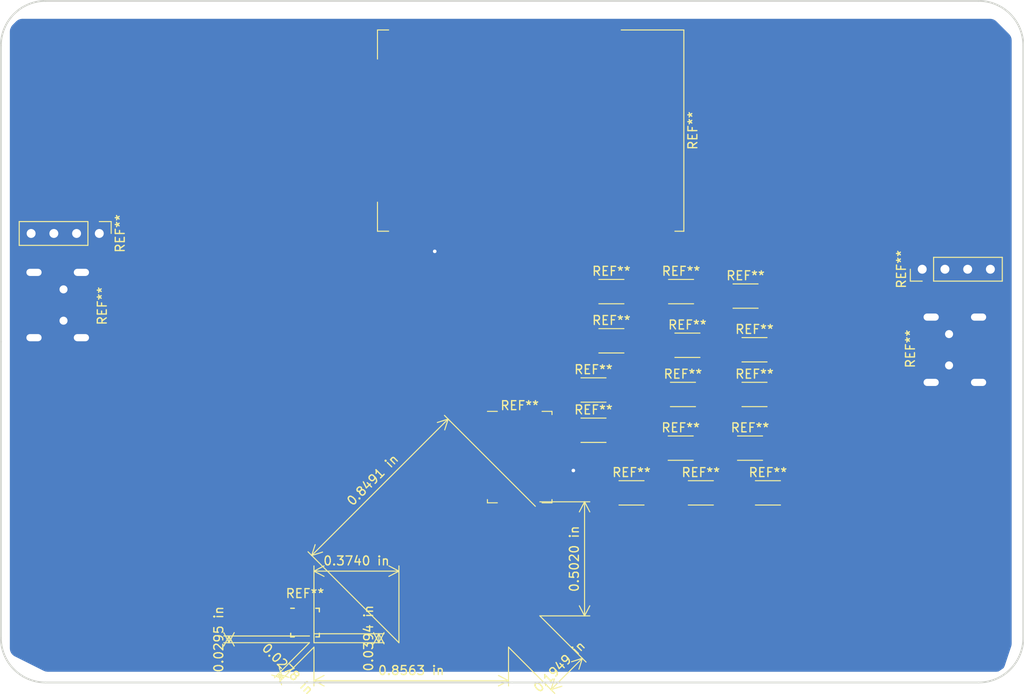
<source format=kicad_pcb>
(kicad_pcb (version 20171130) (host pcbnew "(5.1.5)-3")

  (general
    (thickness 1.6)
    (drawings 19)
    (tracks 86)
    (zones 0)
    (modules 22)
    (nets 1)
  )

  (page A4)
  (layers
    (0 F.Cu signal)
    (1 In1.Cu signal)
    (2 In2.Cu signal)
    (31 B.Cu signal)
    (32 B.Adhes user)
    (33 F.Adhes user)
    (34 B.Paste user)
    (35 F.Paste user)
    (36 B.SilkS user)
    (37 F.SilkS user)
    (38 B.Mask user)
    (39 F.Mask user)
    (40 Dwgs.User user)
    (41 Cmts.User user)
    (42 Eco1.User user)
    (43 Eco2.User user)
    (44 Edge.Cuts user)
    (45 Margin user)
    (46 B.CrtYd user)
    (47 F.CrtYd user)
    (48 B.Fab user)
    (49 F.Fab user hide)
  )

  (setup
    (last_trace_width 0.25)
    (trace_clearance 0.2)
    (zone_clearance 0.508)
    (zone_45_only no)
    (trace_min 0.2)
    (via_size 0.8)
    (via_drill 0.4)
    (via_min_size 0.4)
    (via_min_drill 0.3)
    (uvia_size 0.3)
    (uvia_drill 0.1)
    (uvias_allowed no)
    (uvia_min_size 0.2)
    (uvia_min_drill 0.1)
    (edge_width 0.05)
    (segment_width 0.2)
    (pcb_text_width 0.3)
    (pcb_text_size 1.5 1.5)
    (mod_edge_width 0.12)
    (mod_text_size 1 1)
    (mod_text_width 0.15)
    (pad_size 1.524 1.524)
    (pad_drill 0.762)
    (pad_to_mask_clearance 0.051)
    (solder_mask_min_width 0.25)
    (aux_axis_origin 0 0)
    (visible_elements FFFFFF7F)
    (pcbplotparams
      (layerselection 0x010fc_ffffffff)
      (usegerberextensions false)
      (usegerberattributes false)
      (usegerberadvancedattributes false)
      (creategerberjobfile false)
      (excludeedgelayer true)
      (linewidth 0.100000)
      (plotframeref false)
      (viasonmask false)
      (mode 1)
      (useauxorigin false)
      (hpglpennumber 1)
      (hpglpenspeed 20)
      (hpglpendiameter 15.000000)
      (psnegative false)
      (psa4output false)
      (plotreference true)
      (plotvalue true)
      (plotinvisibletext false)
      (padsonsilk false)
      (subtractmaskfromsilk false)
      (outputformat 1)
      (mirror false)
      (drillshape 1)
      (scaleselection 1)
      (outputdirectory ""))
  )

  (net 0 "")

  (net_class Default "This is the default net class."
    (clearance 0.2)
    (trace_width 0.25)
    (via_dia 0.8)
    (via_drill 0.4)
    (uvia_dia 0.3)
    (uvia_drill 0.1)
  )

  (module Sensor_Motion:InvenSense_QFN-24_3x3mm_P0.4mm (layer F.Cu) (tedit 5B5A6A65) (tstamp 5EA2FC5D)
    (at 132 118.5)
    (descr "24-Lead Plastic QFN (3mm x 3mm); Pitch 0.4mm; EP 1.7x1.54mm; for InvenSense motion sensors; keepout area marked (Package see: https://store.invensense.com/datasheets/invensense/MPU9250REV1.0.pdf; See also https://www.invensense.com/wp-content/uploads/2015/02/InvenSense-MEMS-Handling.pdf)")
    (tags "QFN 0.4")
    (attr smd)
    (fp_text reference REF** (at 0 -3.25) (layer F.SilkS)
      (effects (font (size 1 1) (thickness 0.15)))
    )
    (fp_text value InvenSense_QFN-24_3x3mm_P0.4mm (at 0 3.25) (layer F.Fab)
      (effects (font (size 1 1) (thickness 0.15)))
    )
    (fp_text user Component (at 0 0.55) (layer Cmts.User)
      (effects (font (size 0.2 0.2) (thickness 0.04)))
    )
    (fp_text user "Directly Below" (at 0 0.25) (layer Cmts.User)
      (effects (font (size 0.2 0.2) (thickness 0.04)))
    )
    (fp_text user "No Copper" (at 0 -0.1) (layer Cmts.User)
      (effects (font (size 0.2 0.2) (thickness 0.04)))
    )
    (fp_text user KEEPOUT (at 0 -0.5) (layer Cmts.User)
      (effects (font (size 0.2 0.2) (thickness 0.04)))
    )
    (fp_line (start -0.535 -0.795) (end -0.875 -0.455) (layer Dwgs.User) (width 0.05))
    (fp_line (start -0.035 -0.795) (end -0.875 0.045) (layer Dwgs.User) (width 0.05))
    (fp_line (start 0.465 -0.795) (end -0.875 0.545) (layer Dwgs.User) (width 0.05))
    (fp_line (start 0.875 -0.705) (end -0.625 0.795) (layer Dwgs.User) (width 0.05))
    (fp_line (start 0.875 -0.205) (end -0.125 0.795) (layer Dwgs.User) (width 0.05))
    (fp_line (start 0.875 0.295) (end 0.375 0.795) (layer Dwgs.User) (width 0.05))
    (fp_line (start 0.875 -0.795) (end 0.875 0.795) (layer Dwgs.User) (width 0.05))
    (fp_line (start -0.875 0.795) (end 0.875 0.795) (layer Dwgs.User) (width 0.05))
    (fp_line (start -0.875 -0.795) (end -0.875 0.795) (layer Dwgs.User) (width 0.05))
    (fp_line (start -0.875 -0.795) (end 0.875 -0.795) (layer Dwgs.User) (width 0.05))
    (fp_line (start -1.6 -1.6) (end -1.2 -1.6) (layer F.SilkS) (width 0.15))
    (fp_line (start 1.6 -1.6) (end 1.2 -1.6) (layer F.SilkS) (width 0.15))
    (fp_line (start 1.6 -1.6) (end 1.6 -1.2) (layer F.SilkS) (width 0.15))
    (fp_line (start 1.6 1.6) (end 1.2 1.6) (layer F.SilkS) (width 0.15))
    (fp_line (start 1.6 1.6) (end 1.6 1.2) (layer F.SilkS) (width 0.15))
    (fp_line (start -1.6 1.6) (end -1.2 1.6) (layer F.SilkS) (width 0.15))
    (fp_line (start -1.6 1.6) (end -1.6 1.2) (layer F.SilkS) (width 0.15))
    (fp_line (start -2.05 -2.05) (end 2.05 -2.05) (layer F.CrtYd) (width 0.05))
    (fp_line (start -2.05 2.05) (end -2.05 -2.05) (layer F.CrtYd) (width 0.05))
    (fp_line (start 2.05 2.05) (end -2.05 2.05) (layer F.CrtYd) (width 0.05))
    (fp_line (start 2.05 -2.05) (end 2.05 2.05) (layer F.CrtYd) (width 0.05))
    (fp_line (start -1.5 -0.5) (end -0.5 -1.5) (layer F.Fab) (width 0.15))
    (fp_line (start -1.5 1.5) (end -1.5 -0.5) (layer F.Fab) (width 0.15))
    (fp_line (start 1.5 1.5) (end -1.5 1.5) (layer F.Fab) (width 0.15))
    (fp_line (start 1.5 -1.5) (end 1.5 1.5) (layer F.Fab) (width 0.15))
    (fp_line (start -0.5 -1.5) (end 1.5 -1.5) (layer F.Fab) (width 0.15))
    (fp_text user %R (at 0 0) (layer F.Fab)
      (effects (font (size 0.7 0.7) (thickness 0.105)))
    )
    (pad 24 smd roundrect (at -1 -1.5 90) (size 0.55 0.2) (layers F.Cu F.Paste F.Mask) (roundrect_rratio 0.25))
    (pad 23 smd roundrect (at -0.6 -1.5 90) (size 0.55 0.2) (layers F.Cu F.Paste F.Mask) (roundrect_rratio 0.25))
    (pad 22 smd roundrect (at -0.2 -1.5 90) (size 0.55 0.2) (layers F.Cu F.Paste F.Mask) (roundrect_rratio 0.25))
    (pad 21 smd roundrect (at 0.2 -1.5 90) (size 0.55 0.2) (layers F.Cu F.Paste F.Mask) (roundrect_rratio 0.25))
    (pad 20 smd roundrect (at 0.6 -1.5 90) (size 0.55 0.2) (layers F.Cu F.Paste F.Mask) (roundrect_rratio 0.25))
    (pad 19 smd roundrect (at 1 -1.5 90) (size 0.55 0.2) (layers F.Cu F.Paste F.Mask) (roundrect_rratio 0.25))
    (pad 18 smd roundrect (at 1.5 -1) (size 0.55 0.2) (layers F.Cu F.Paste F.Mask) (roundrect_rratio 0.25))
    (pad 17 smd roundrect (at 1.5 -0.6) (size 0.55 0.2) (layers F.Cu F.Paste F.Mask) (roundrect_rratio 0.25))
    (pad 16 smd roundrect (at 1.5 -0.2) (size 0.55 0.2) (layers F.Cu F.Paste F.Mask) (roundrect_rratio 0.25))
    (pad 15 smd roundrect (at 1.5 0.2) (size 0.55 0.2) (layers F.Cu F.Paste F.Mask) (roundrect_rratio 0.25))
    (pad 14 smd roundrect (at 1.5 0.6) (size 0.55 0.2) (layers F.Cu F.Paste F.Mask) (roundrect_rratio 0.25))
    (pad 13 smd roundrect (at 1.5 1) (size 0.55 0.2) (layers F.Cu F.Paste F.Mask) (roundrect_rratio 0.25))
    (pad 12 smd roundrect (at 1 1.5 90) (size 0.55 0.2) (layers F.Cu F.Paste F.Mask) (roundrect_rratio 0.25))
    (pad 11 smd roundrect (at 0.6 1.5 90) (size 0.55 0.2) (layers F.Cu F.Paste F.Mask) (roundrect_rratio 0.25))
    (pad 10 smd roundrect (at 0.2 1.5 90) (size 0.55 0.2) (layers F.Cu F.Paste F.Mask) (roundrect_rratio 0.25))
    (pad 9 smd roundrect (at -0.2 1.5 90) (size 0.55 0.2) (layers F.Cu F.Paste F.Mask) (roundrect_rratio 0.25))
    (pad 8 smd roundrect (at -0.6 1.5 90) (size 0.55 0.2) (layers F.Cu F.Paste F.Mask) (roundrect_rratio 0.25))
    (pad 7 smd roundrect (at -1 1.5 90) (size 0.55 0.2) (layers F.Cu F.Paste F.Mask) (roundrect_rratio 0.25))
    (pad 6 smd roundrect (at -1.5 1) (size 0.55 0.2) (layers F.Cu F.Paste F.Mask) (roundrect_rratio 0.25))
    (pad 5 smd roundrect (at -1.5 0.6) (size 0.55 0.2) (layers F.Cu F.Paste F.Mask) (roundrect_rratio 0.25))
    (pad 4 smd roundrect (at -1.5 0.2) (size 0.55 0.2) (layers F.Cu F.Paste F.Mask) (roundrect_rratio 0.25))
    (pad 3 smd roundrect (at -1.5 -0.2) (size 0.55 0.2) (layers F.Cu F.Paste F.Mask) (roundrect_rratio 0.25))
    (pad 2 smd roundrect (at -1.5 -0.6) (size 0.55 0.2) (layers F.Cu F.Paste F.Mask) (roundrect_rratio 0.25))
    (pad 1 smd roundrect (at -1.5 -1) (size 0.55 0.2) (layers F.Cu F.Paste F.Mask) (roundrect_rratio 0.25))
    (model ${KISYS3DMOD}/Package_DFN_QFN.3dshapes/QFN-24_3x3mm_P0.4mm_EP1.7x1.54mm.wrl
      (at (xyz 0 0 0))
      (scale (xyz 1 1 1))
      (rotate (xyz 0 0 0))
    )
  )

  (module Resistor_SMD:R_2010_5025Metric (layer F.Cu) (tedit 5B301BBD) (tstamp 5EA2F072)
    (at 176.25 104)
    (descr "Resistor SMD 2010 (5025 Metric), square (rectangular) end terminal, IPC_7351 nominal, (Body size source: http://www.tortai-tech.com/upload/download/2011102023233369053.pdf), generated with kicad-footprint-generator")
    (tags resistor)
    (attr smd)
    (fp_text reference REF** (at 0 -2.28) (layer F.SilkS)
      (effects (font (size 1 1) (thickness 0.15)))
    )
    (fp_text value R_2010_5025Metric (at 0 2.28) (layer F.Fab)
      (effects (font (size 1 1) (thickness 0.15)))
    )
    (fp_line (start -2.5 1.25) (end -2.5 -1.25) (layer F.Fab) (width 0.1))
    (fp_line (start -2.5 -1.25) (end 2.5 -1.25) (layer F.Fab) (width 0.1))
    (fp_line (start 2.5 -1.25) (end 2.5 1.25) (layer F.Fab) (width 0.1))
    (fp_line (start 2.5 1.25) (end -2.5 1.25) (layer F.Fab) (width 0.1))
    (fp_line (start -1.402064 -1.36) (end 1.402064 -1.36) (layer F.SilkS) (width 0.12))
    (fp_line (start -1.402064 1.36) (end 1.402064 1.36) (layer F.SilkS) (width 0.12))
    (fp_line (start -3.18 1.58) (end -3.18 -1.58) (layer F.CrtYd) (width 0.05))
    (fp_line (start -3.18 -1.58) (end 3.18 -1.58) (layer F.CrtYd) (width 0.05))
    (fp_line (start 3.18 -1.58) (end 3.18 1.58) (layer F.CrtYd) (width 0.05))
    (fp_line (start 3.18 1.58) (end -3.18 1.58) (layer F.CrtYd) (width 0.05))
    (fp_text user %R (at 0 0) (layer F.Fab)
      (effects (font (size 1 1) (thickness 0.15)))
    )
    (pad 1 smd roundrect (at -2.25 0) (size 1.35 2.65) (layers F.Cu F.Paste F.Mask) (roundrect_rratio 0.185185))
    (pad 2 smd roundrect (at 2.25 0) (size 1.35 2.65) (layers F.Cu F.Paste F.Mask) (roundrect_rratio 0.185185))
    (model ${KISYS3DMOD}/Resistor_SMD.3dshapes/R_2010_5025Metric.wrl
      (at (xyz 0 0 0))
      (scale (xyz 1 1 1))
      (rotate (xyz 0 0 0))
    )
  )

  (module Resistor_SMD:R_2010_5025Metric (layer F.Cu) (tedit 5B301BBD) (tstamp 5EA2F052)
    (at 183.75 104)
    (descr "Resistor SMD 2010 (5025 Metric), square (rectangular) end terminal, IPC_7351 nominal, (Body size source: http://www.tortai-tech.com/upload/download/2011102023233369053.pdf), generated with kicad-footprint-generator")
    (tags resistor)
    (attr smd)
    (fp_text reference REF** (at 0 -2.28) (layer F.SilkS)
      (effects (font (size 1 1) (thickness 0.15)))
    )
    (fp_text value R_2010_5025Metric (at 0 2.28) (layer F.Fab)
      (effects (font (size 1 1) (thickness 0.15)))
    )
    (fp_line (start -2.5 1.25) (end -2.5 -1.25) (layer F.Fab) (width 0.1))
    (fp_line (start -2.5 -1.25) (end 2.5 -1.25) (layer F.Fab) (width 0.1))
    (fp_line (start 2.5 -1.25) (end 2.5 1.25) (layer F.Fab) (width 0.1))
    (fp_line (start 2.5 1.25) (end -2.5 1.25) (layer F.Fab) (width 0.1))
    (fp_line (start -1.402064 -1.36) (end 1.402064 -1.36) (layer F.SilkS) (width 0.12))
    (fp_line (start -1.402064 1.36) (end 1.402064 1.36) (layer F.SilkS) (width 0.12))
    (fp_line (start -3.18 1.58) (end -3.18 -1.58) (layer F.CrtYd) (width 0.05))
    (fp_line (start -3.18 -1.58) (end 3.18 -1.58) (layer F.CrtYd) (width 0.05))
    (fp_line (start 3.18 -1.58) (end 3.18 1.58) (layer F.CrtYd) (width 0.05))
    (fp_line (start 3.18 1.58) (end -3.18 1.58) (layer F.CrtYd) (width 0.05))
    (fp_text user %R (at 0 0) (layer F.Fab)
      (effects (font (size 1 1) (thickness 0.15)))
    )
    (pad 1 smd roundrect (at -2.25 0) (size 1.35 2.65) (layers F.Cu F.Paste F.Mask) (roundrect_rratio 0.185185))
    (pad 2 smd roundrect (at 2.25 0) (size 1.35 2.65) (layers F.Cu F.Paste F.Mask) (roundrect_rratio 0.185185))
    (model ${KISYS3DMOD}/Resistor_SMD.3dshapes/R_2010_5025Metric.wrl
      (at (xyz 0 0 0))
      (scale (xyz 1 1 1))
      (rotate (xyz 0 0 0))
    )
  )

  (module Resistor_SMD:R_2010_5025Metric (layer F.Cu) (tedit 5B301BBD) (tstamp 5EA2F032)
    (at 168.5 104)
    (descr "Resistor SMD 2010 (5025 Metric), square (rectangular) end terminal, IPC_7351 nominal, (Body size source: http://www.tortai-tech.com/upload/download/2011102023233369053.pdf), generated with kicad-footprint-generator")
    (tags resistor)
    (attr smd)
    (fp_text reference REF** (at 0 -2.28) (layer F.SilkS)
      (effects (font (size 1 1) (thickness 0.15)))
    )
    (fp_text value R_2010_5025Metric (at 0 2.28) (layer F.Fab)
      (effects (font (size 1 1) (thickness 0.15)))
    )
    (fp_line (start -2.5 1.25) (end -2.5 -1.25) (layer F.Fab) (width 0.1))
    (fp_line (start -2.5 -1.25) (end 2.5 -1.25) (layer F.Fab) (width 0.1))
    (fp_line (start 2.5 -1.25) (end 2.5 1.25) (layer F.Fab) (width 0.1))
    (fp_line (start 2.5 1.25) (end -2.5 1.25) (layer F.Fab) (width 0.1))
    (fp_line (start -1.402064 -1.36) (end 1.402064 -1.36) (layer F.SilkS) (width 0.12))
    (fp_line (start -1.402064 1.36) (end 1.402064 1.36) (layer F.SilkS) (width 0.12))
    (fp_line (start -3.18 1.58) (end -3.18 -1.58) (layer F.CrtYd) (width 0.05))
    (fp_line (start -3.18 -1.58) (end 3.18 -1.58) (layer F.CrtYd) (width 0.05))
    (fp_line (start 3.18 -1.58) (end 3.18 1.58) (layer F.CrtYd) (width 0.05))
    (fp_line (start 3.18 1.58) (end -3.18 1.58) (layer F.CrtYd) (width 0.05))
    (fp_text user %R (at 0 0) (layer F.Fab)
      (effects (font (size 1 1) (thickness 0.15)))
    )
    (pad 1 smd roundrect (at -2.25 0) (size 1.35 2.65) (layers F.Cu F.Paste F.Mask) (roundrect_rratio 0.185185))
    (pad 2 smd roundrect (at 2.25 0) (size 1.35 2.65) (layers F.Cu F.Paste F.Mask) (roundrect_rratio 0.185185))
    (model ${KISYS3DMOD}/Resistor_SMD.3dshapes/R_2010_5025Metric.wrl
      (at (xyz 0 0 0))
      (scale (xyz 1 1 1))
      (rotate (xyz 0 0 0))
    )
  )

  (module Resistor_SMD:R_2010_5025Metric (layer F.Cu) (tedit 5B301BBD) (tstamp 5EA2F012)
    (at 174 99)
    (descr "Resistor SMD 2010 (5025 Metric), square (rectangular) end terminal, IPC_7351 nominal, (Body size source: http://www.tortai-tech.com/upload/download/2011102023233369053.pdf), generated with kicad-footprint-generator")
    (tags resistor)
    (attr smd)
    (fp_text reference REF** (at 0 -2.28) (layer F.SilkS)
      (effects (font (size 1 1) (thickness 0.15)))
    )
    (fp_text value R_2010_5025Metric (at 0 2.28) (layer F.Fab)
      (effects (font (size 1 1) (thickness 0.15)))
    )
    (fp_line (start -2.5 1.25) (end -2.5 -1.25) (layer F.Fab) (width 0.1))
    (fp_line (start -2.5 -1.25) (end 2.5 -1.25) (layer F.Fab) (width 0.1))
    (fp_line (start 2.5 -1.25) (end 2.5 1.25) (layer F.Fab) (width 0.1))
    (fp_line (start 2.5 1.25) (end -2.5 1.25) (layer F.Fab) (width 0.1))
    (fp_line (start -1.402064 -1.36) (end 1.402064 -1.36) (layer F.SilkS) (width 0.12))
    (fp_line (start -1.402064 1.36) (end 1.402064 1.36) (layer F.SilkS) (width 0.12))
    (fp_line (start -3.18 1.58) (end -3.18 -1.58) (layer F.CrtYd) (width 0.05))
    (fp_line (start -3.18 -1.58) (end 3.18 -1.58) (layer F.CrtYd) (width 0.05))
    (fp_line (start 3.18 -1.58) (end 3.18 1.58) (layer F.CrtYd) (width 0.05))
    (fp_line (start 3.18 1.58) (end -3.18 1.58) (layer F.CrtYd) (width 0.05))
    (fp_text user %R (at 4.343638 -5.389089) (layer F.Fab)
      (effects (font (size 1 1) (thickness 0.15)))
    )
    (pad 1 smd roundrect (at -2.25 0) (size 1.35 2.65) (layers F.Cu F.Paste F.Mask) (roundrect_rratio 0.185185))
    (pad 2 smd roundrect (at 2.25 0) (size 1.35 2.65) (layers F.Cu F.Paste F.Mask) (roundrect_rratio 0.185185))
    (model ${KISYS3DMOD}/Resistor_SMD.3dshapes/R_2010_5025Metric.wrl
      (at (xyz 0 0 0))
      (scale (xyz 1 1 1))
      (rotate (xyz 0 0 0))
    )
  )

  (module Resistor_SMD:R_2010_5025Metric (layer F.Cu) (tedit 5B301BBD) (tstamp 5EA2EFF2)
    (at 164.25 92.5)
    (descr "Resistor SMD 2010 (5025 Metric), square (rectangular) end terminal, IPC_7351 nominal, (Body size source: http://www.tortai-tech.com/upload/download/2011102023233369053.pdf), generated with kicad-footprint-generator")
    (tags resistor)
    (attr smd)
    (fp_text reference REF** (at 0 -2.28) (layer F.SilkS)
      (effects (font (size 1 1) (thickness 0.15)))
    )
    (fp_text value R_2010_5025Metric (at 0 2.28) (layer F.Fab)
      (effects (font (size 1 1) (thickness 0.15)))
    )
    (fp_line (start -2.5 1.25) (end -2.5 -1.25) (layer F.Fab) (width 0.1))
    (fp_line (start -2.5 -1.25) (end 2.5 -1.25) (layer F.Fab) (width 0.1))
    (fp_line (start 2.5 -1.25) (end 2.5 1.25) (layer F.Fab) (width 0.1))
    (fp_line (start 2.5 1.25) (end -2.5 1.25) (layer F.Fab) (width 0.1))
    (fp_line (start -1.402064 -1.36) (end 1.402064 -1.36) (layer F.SilkS) (width 0.12))
    (fp_line (start -1.402064 1.36) (end 1.402064 1.36) (layer F.SilkS) (width 0.12))
    (fp_line (start -3.18 1.58) (end -3.18 -1.58) (layer F.CrtYd) (width 0.05))
    (fp_line (start -3.18 -1.58) (end 3.18 -1.58) (layer F.CrtYd) (width 0.05))
    (fp_line (start 3.18 -1.58) (end 3.18 1.58) (layer F.CrtYd) (width 0.05))
    (fp_line (start 3.18 1.58) (end -3.18 1.58) (layer F.CrtYd) (width 0.05))
    (fp_text user %R (at 0 0) (layer F.Fab)
      (effects (font (size 1 1) (thickness 0.15)))
    )
    (pad 1 smd roundrect (at -2.25 0) (size 1.35 2.65) (layers F.Cu F.Paste F.Mask) (roundrect_rratio 0.185185))
    (pad 2 smd roundrect (at 2.25 0) (size 1.35 2.65) (layers F.Cu F.Paste F.Mask) (roundrect_rratio 0.185185))
    (model ${KISYS3DMOD}/Resistor_SMD.3dshapes/R_2010_5025Metric.wrl
      (at (xyz 0 0 0))
      (scale (xyz 1 1 1))
      (rotate (xyz 0 0 0))
    )
  )

  (module Resistor_SMD:R_2010_5025Metric (layer F.Cu) (tedit 5B301BBD) (tstamp 5EA2EFD2)
    (at 181.75 99)
    (descr "Resistor SMD 2010 (5025 Metric), square (rectangular) end terminal, IPC_7351 nominal, (Body size source: http://www.tortai-tech.com/upload/download/2011102023233369053.pdf), generated with kicad-footprint-generator")
    (tags resistor)
    (attr smd)
    (fp_text reference REF** (at 0 -2.28) (layer F.SilkS)
      (effects (font (size 1 1) (thickness 0.15)))
    )
    (fp_text value R_2010_5025Metric (at 0 2.28) (layer F.Fab)
      (effects (font (size 1 1) (thickness 0.15)))
    )
    (fp_line (start -2.5 1.25) (end -2.5 -1.25) (layer F.Fab) (width 0.1))
    (fp_line (start -2.5 -1.25) (end 2.5 -1.25) (layer F.Fab) (width 0.1))
    (fp_line (start 2.5 -1.25) (end 2.5 1.25) (layer F.Fab) (width 0.1))
    (fp_line (start 2.5 1.25) (end -2.5 1.25) (layer F.Fab) (width 0.1))
    (fp_line (start -1.402064 -1.36) (end 1.402064 -1.36) (layer F.SilkS) (width 0.12))
    (fp_line (start -1.402064 1.36) (end 1.402064 1.36) (layer F.SilkS) (width 0.12))
    (fp_line (start -3.18 1.58) (end -3.18 -1.58) (layer F.CrtYd) (width 0.05))
    (fp_line (start -3.18 -1.58) (end 3.18 -1.58) (layer F.CrtYd) (width 0.05))
    (fp_line (start 3.18 -1.58) (end 3.18 1.58) (layer F.CrtYd) (width 0.05))
    (fp_line (start 3.18 1.58) (end -3.18 1.58) (layer F.CrtYd) (width 0.05))
    (fp_text user %R (at 0 0) (layer F.Fab)
      (effects (font (size 1 1) (thickness 0.15)))
    )
    (pad 1 smd roundrect (at -2.25 0) (size 1.35 2.65) (layers F.Cu F.Paste F.Mask) (roundrect_rratio 0.185185))
    (pad 2 smd roundrect (at 2.25 0) (size 1.35 2.65) (layers F.Cu F.Paste F.Mask) (roundrect_rratio 0.185185))
    (model ${KISYS3DMOD}/Resistor_SMD.3dshapes/R_2010_5025Metric.wrl
      (at (xyz 0 0 0))
      (scale (xyz 1 1 1))
      (rotate (xyz 0 0 0))
    )
  )

  (module Resistor_SMD:R_2010_5025Metric (layer F.Cu) (tedit 5B301BBD) (tstamp 5EA2EFB2)
    (at 174.25 93)
    (descr "Resistor SMD 2010 (5025 Metric), square (rectangular) end terminal, IPC_7351 nominal, (Body size source: http://www.tortai-tech.com/upload/download/2011102023233369053.pdf), generated with kicad-footprint-generator")
    (tags resistor)
    (attr smd)
    (fp_text reference REF** (at 0 -2.28) (layer F.SilkS)
      (effects (font (size 1 1) (thickness 0.15)))
    )
    (fp_text value R_2010_5025Metric (at 0 2.28) (layer F.Fab)
      (effects (font (size 1 1) (thickness 0.15)))
    )
    (fp_line (start -2.5 1.25) (end -2.5 -1.25) (layer F.Fab) (width 0.1))
    (fp_line (start -2.5 -1.25) (end 2.5 -1.25) (layer F.Fab) (width 0.1))
    (fp_line (start 2.5 -1.25) (end 2.5 1.25) (layer F.Fab) (width 0.1))
    (fp_line (start 2.5 1.25) (end -2.5 1.25) (layer F.Fab) (width 0.1))
    (fp_line (start -1.402064 -1.36) (end 1.402064 -1.36) (layer F.SilkS) (width 0.12))
    (fp_line (start -1.402064 1.36) (end 1.402064 1.36) (layer F.SilkS) (width 0.12))
    (fp_line (start -3.18 1.58) (end -3.18 -1.58) (layer F.CrtYd) (width 0.05))
    (fp_line (start -3.18 -1.58) (end 3.18 -1.58) (layer F.CrtYd) (width 0.05))
    (fp_line (start 3.18 -1.58) (end 3.18 1.58) (layer F.CrtYd) (width 0.05))
    (fp_line (start 3.18 1.58) (end -3.18 1.58) (layer F.CrtYd) (width 0.05))
    (fp_text user %R (at 0 0) (layer F.Fab)
      (effects (font (size 1 1) (thickness 0.15)))
    )
    (pad 1 smd roundrect (at -2.25 0) (size 1.35 2.65) (layers F.Cu F.Paste F.Mask) (roundrect_rratio 0.185185))
    (pad 2 smd roundrect (at 2.25 0) (size 1.35 2.65) (layers F.Cu F.Paste F.Mask) (roundrect_rratio 0.185185))
    (model ${KISYS3DMOD}/Resistor_SMD.3dshapes/R_2010_5025Metric.wrl
      (at (xyz 0 0 0))
      (scale (xyz 1 1 1))
      (rotate (xyz 0 0 0))
    )
  )

  (module Resistor_SMD:R_2010_5025Metric (layer F.Cu) (tedit 5B301BBD) (tstamp 5EA2EF92)
    (at 182.25 93)
    (descr "Resistor SMD 2010 (5025 Metric), square (rectangular) end terminal, IPC_7351 nominal, (Body size source: http://www.tortai-tech.com/upload/download/2011102023233369053.pdf), generated with kicad-footprint-generator")
    (tags resistor)
    (attr smd)
    (fp_text reference REF** (at 0 -2.28) (layer F.SilkS)
      (effects (font (size 1 1) (thickness 0.15)))
    )
    (fp_text value R_2010_5025Metric (at 0 2.28) (layer F.Fab)
      (effects (font (size 1 1) (thickness 0.15)))
    )
    (fp_line (start -2.5 1.25) (end -2.5 -1.25) (layer F.Fab) (width 0.1))
    (fp_line (start -2.5 -1.25) (end 2.5 -1.25) (layer F.Fab) (width 0.1))
    (fp_line (start 2.5 -1.25) (end 2.5 1.25) (layer F.Fab) (width 0.1))
    (fp_line (start 2.5 1.25) (end -2.5 1.25) (layer F.Fab) (width 0.1))
    (fp_line (start -1.402064 -1.36) (end 1.402064 -1.36) (layer F.SilkS) (width 0.12))
    (fp_line (start -1.402064 1.36) (end 1.402064 1.36) (layer F.SilkS) (width 0.12))
    (fp_line (start -3.18 1.58) (end -3.18 -1.58) (layer F.CrtYd) (width 0.05))
    (fp_line (start -3.18 -1.58) (end 3.18 -1.58) (layer F.CrtYd) (width 0.05))
    (fp_line (start 3.18 -1.58) (end 3.18 1.58) (layer F.CrtYd) (width 0.05))
    (fp_line (start 3.18 1.58) (end -3.18 1.58) (layer F.CrtYd) (width 0.05))
    (fp_text user %R (at 0 0) (layer F.Fab)
      (effects (font (size 1 1) (thickness 0.15)))
    )
    (pad 1 smd roundrect (at -2.25 0) (size 1.35 2.65) (layers F.Cu F.Paste F.Mask) (roundrect_rratio 0.185185))
    (pad 2 smd roundrect (at 2.25 0) (size 1.35 2.65) (layers F.Cu F.Paste F.Mask) (roundrect_rratio 0.185185))
    (model ${KISYS3DMOD}/Resistor_SMD.3dshapes/R_2010_5025Metric.wrl
      (at (xyz 0 0 0))
      (scale (xyz 1 1 1))
      (rotate (xyz 0 0 0))
    )
  )

  (module Resistor_SMD:R_2010_5025Metric (layer F.Cu) (tedit 5B301BBD) (tstamp 5EA2EF72)
    (at 164.25 97)
    (descr "Resistor SMD 2010 (5025 Metric), square (rectangular) end terminal, IPC_7351 nominal, (Body size source: http://www.tortai-tech.com/upload/download/2011102023233369053.pdf), generated with kicad-footprint-generator")
    (tags resistor)
    (attr smd)
    (fp_text reference REF** (at 0 -2.28) (layer F.SilkS)
      (effects (font (size 1 1) (thickness 0.15)))
    )
    (fp_text value R_2010_5025Metric (at 0 2.28) (layer F.Fab)
      (effects (font (size 1 1) (thickness 0.15)))
    )
    (fp_line (start -2.5 1.25) (end -2.5 -1.25) (layer F.Fab) (width 0.1))
    (fp_line (start -2.5 -1.25) (end 2.5 -1.25) (layer F.Fab) (width 0.1))
    (fp_line (start 2.5 -1.25) (end 2.5 1.25) (layer F.Fab) (width 0.1))
    (fp_line (start 2.5 1.25) (end -2.5 1.25) (layer F.Fab) (width 0.1))
    (fp_line (start -1.402064 -1.36) (end 1.402064 -1.36) (layer F.SilkS) (width 0.12))
    (fp_line (start -1.402064 1.36) (end 1.402064 1.36) (layer F.SilkS) (width 0.12))
    (fp_line (start -3.18 1.58) (end -3.18 -1.58) (layer F.CrtYd) (width 0.05))
    (fp_line (start -3.18 -1.58) (end 3.18 -1.58) (layer F.CrtYd) (width 0.05))
    (fp_line (start 3.18 -1.58) (end 3.18 1.58) (layer F.CrtYd) (width 0.05))
    (fp_line (start 3.18 1.58) (end -3.18 1.58) (layer F.CrtYd) (width 0.05))
    (fp_text user %R (at 0 0) (layer F.Fab)
      (effects (font (size 1 1) (thickness 0.15)))
    )
    (pad 1 smd roundrect (at -2.25 0) (size 1.35 2.65) (layers F.Cu F.Paste F.Mask) (roundrect_rratio 0.185185))
    (pad 2 smd roundrect (at 2.25 0) (size 1.35 2.65) (layers F.Cu F.Paste F.Mask) (roundrect_rratio 0.185185))
    (model ${KISYS3DMOD}/Resistor_SMD.3dshapes/R_2010_5025Metric.wrl
      (at (xyz 0 0 0))
      (scale (xyz 1 1 1))
      (rotate (xyz 0 0 0))
    )
  )

  (module Resistor_SMD:R_2010_5025Metric (layer F.Cu) (tedit 5B301BBD) (tstamp 5EA2EF52)
    (at 182.25 88)
    (descr "Resistor SMD 2010 (5025 Metric), square (rectangular) end terminal, IPC_7351 nominal, (Body size source: http://www.tortai-tech.com/upload/download/2011102023233369053.pdf), generated with kicad-footprint-generator")
    (tags resistor)
    (attr smd)
    (fp_text reference REF** (at 0 -2.28) (layer F.SilkS)
      (effects (font (size 1 1) (thickness 0.15)))
    )
    (fp_text value R_2010_5025Metric (at 0 2.28) (layer F.Fab)
      (effects (font (size 1 1) (thickness 0.15)))
    )
    (fp_line (start -2.5 1.25) (end -2.5 -1.25) (layer F.Fab) (width 0.1))
    (fp_line (start -2.5 -1.25) (end 2.5 -1.25) (layer F.Fab) (width 0.1))
    (fp_line (start 2.5 -1.25) (end 2.5 1.25) (layer F.Fab) (width 0.1))
    (fp_line (start 2.5 1.25) (end -2.5 1.25) (layer F.Fab) (width 0.1))
    (fp_line (start -1.402064 -1.36) (end 1.402064 -1.36) (layer F.SilkS) (width 0.12))
    (fp_line (start -1.402064 1.36) (end 1.402064 1.36) (layer F.SilkS) (width 0.12))
    (fp_line (start -3.18 1.58) (end -3.18 -1.58) (layer F.CrtYd) (width 0.05))
    (fp_line (start -3.18 -1.58) (end 3.18 -1.58) (layer F.CrtYd) (width 0.05))
    (fp_line (start 3.18 -1.58) (end 3.18 1.58) (layer F.CrtYd) (width 0.05))
    (fp_line (start 3.18 1.58) (end -3.18 1.58) (layer F.CrtYd) (width 0.05))
    (fp_text user %R (at 0 0) (layer F.Fab)
      (effects (font (size 1 1) (thickness 0.15)))
    )
    (pad 1 smd roundrect (at -2.25 0) (size 1.35 2.65) (layers F.Cu F.Paste F.Mask) (roundrect_rratio 0.185185))
    (pad 2 smd roundrect (at 2.25 0) (size 1.35 2.65) (layers F.Cu F.Paste F.Mask) (roundrect_rratio 0.185185))
    (model ${KISYS3DMOD}/Resistor_SMD.3dshapes/R_2010_5025Metric.wrl
      (at (xyz 0 0 0))
      (scale (xyz 1 1 1))
      (rotate (xyz 0 0 0))
    )
  )

  (module Resistor_SMD:R_2010_5025Metric (layer F.Cu) (tedit 5B301BBD) (tstamp 5EA2EF32)
    (at 174.75 87.5)
    (descr "Resistor SMD 2010 (5025 Metric), square (rectangular) end terminal, IPC_7351 nominal, (Body size source: http://www.tortai-tech.com/upload/download/2011102023233369053.pdf), generated with kicad-footprint-generator")
    (tags resistor)
    (attr smd)
    (fp_text reference REF** (at 0 -2.28) (layer F.SilkS)
      (effects (font (size 1 1) (thickness 0.15)))
    )
    (fp_text value R_2010_5025Metric (at 0 2.28) (layer F.Fab)
      (effects (font (size 1 1) (thickness 0.15)))
    )
    (fp_line (start -2.5 1.25) (end -2.5 -1.25) (layer F.Fab) (width 0.1))
    (fp_line (start -2.5 -1.25) (end 2.5 -1.25) (layer F.Fab) (width 0.1))
    (fp_line (start 2.5 -1.25) (end 2.5 1.25) (layer F.Fab) (width 0.1))
    (fp_line (start 2.5 1.25) (end -2.5 1.25) (layer F.Fab) (width 0.1))
    (fp_line (start -1.402064 -1.36) (end 1.402064 -1.36) (layer F.SilkS) (width 0.12))
    (fp_line (start -1.402064 1.36) (end 1.402064 1.36) (layer F.SilkS) (width 0.12))
    (fp_line (start -3.18 1.58) (end -3.18 -1.58) (layer F.CrtYd) (width 0.05))
    (fp_line (start -3.18 -1.58) (end 3.18 -1.58) (layer F.CrtYd) (width 0.05))
    (fp_line (start 3.18 -1.58) (end 3.18 1.58) (layer F.CrtYd) (width 0.05))
    (fp_line (start 3.18 1.58) (end -3.18 1.58) (layer F.CrtYd) (width 0.05))
    (fp_text user %R (at 0 0) (layer F.Fab)
      (effects (font (size 1 1) (thickness 0.15)))
    )
    (pad 1 smd roundrect (at -2.25 0) (size 1.35 2.65) (layers F.Cu F.Paste F.Mask) (roundrect_rratio 0.185185))
    (pad 2 smd roundrect (at 2.25 0) (size 1.35 2.65) (layers F.Cu F.Paste F.Mask) (roundrect_rratio 0.185185))
    (model ${KISYS3DMOD}/Resistor_SMD.3dshapes/R_2010_5025Metric.wrl
      (at (xyz 0 0 0))
      (scale (xyz 1 1 1))
      (rotate (xyz 0 0 0))
    )
  )

  (module Resistor_SMD:R_2010_5025Metric (layer F.Cu) (tedit 5B301BBD) (tstamp 5EA2EF12)
    (at 166.25 87)
    (descr "Resistor SMD 2010 (5025 Metric), square (rectangular) end terminal, IPC_7351 nominal, (Body size source: http://www.tortai-tech.com/upload/download/2011102023233369053.pdf), generated with kicad-footprint-generator")
    (tags resistor)
    (attr smd)
    (fp_text reference REF** (at 0 -2.28) (layer F.SilkS)
      (effects (font (size 1 1) (thickness 0.15)))
    )
    (fp_text value R_2010_5025Metric (at 0 2.28) (layer F.Fab)
      (effects (font (size 1 1) (thickness 0.15)))
    )
    (fp_line (start -2.5 1.25) (end -2.5 -1.25) (layer F.Fab) (width 0.1))
    (fp_line (start -2.5 -1.25) (end 2.5 -1.25) (layer F.Fab) (width 0.1))
    (fp_line (start 2.5 -1.25) (end 2.5 1.25) (layer F.Fab) (width 0.1))
    (fp_line (start 2.5 1.25) (end -2.5 1.25) (layer F.Fab) (width 0.1))
    (fp_line (start -1.402064 -1.36) (end 1.402064 -1.36) (layer F.SilkS) (width 0.12))
    (fp_line (start -1.402064 1.36) (end 1.402064 1.36) (layer F.SilkS) (width 0.12))
    (fp_line (start -3.18 1.58) (end -3.18 -1.58) (layer F.CrtYd) (width 0.05))
    (fp_line (start -3.18 -1.58) (end 3.18 -1.58) (layer F.CrtYd) (width 0.05))
    (fp_line (start 3.18 -1.58) (end 3.18 1.58) (layer F.CrtYd) (width 0.05))
    (fp_line (start 3.18 1.58) (end -3.18 1.58) (layer F.CrtYd) (width 0.05))
    (fp_text user %R (at 0 0) (layer F.Fab)
      (effects (font (size 1 1) (thickness 0.15)))
    )
    (pad 1 smd roundrect (at -2.25 0) (size 1.35 2.65) (layers F.Cu F.Paste F.Mask) (roundrect_rratio 0.185185))
    (pad 2 smd roundrect (at 2.25 0) (size 1.35 2.65) (layers F.Cu F.Paste F.Mask) (roundrect_rratio 0.185185))
    (model ${KISYS3DMOD}/Resistor_SMD.3dshapes/R_2010_5025Metric.wrl
      (at (xyz 0 0 0))
      (scale (xyz 1 1 1))
      (rotate (xyz 0 0 0))
    )
  )

  (module Resistor_SMD:R_2010_5025Metric (layer F.Cu) (tedit 5B301BBD) (tstamp 5EA2EEF2)
    (at 181.25 82)
    (descr "Resistor SMD 2010 (5025 Metric), square (rectangular) end terminal, IPC_7351 nominal, (Body size source: http://www.tortai-tech.com/upload/download/2011102023233369053.pdf), generated with kicad-footprint-generator")
    (tags resistor)
    (attr smd)
    (fp_text reference REF** (at 0 -2.28) (layer F.SilkS)
      (effects (font (size 1 1) (thickness 0.15)))
    )
    (fp_text value R_2010_5025Metric (at 0 2.28) (layer F.Fab)
      (effects (font (size 1 1) (thickness 0.15)))
    )
    (fp_line (start -2.5 1.25) (end -2.5 -1.25) (layer F.Fab) (width 0.1))
    (fp_line (start -2.5 -1.25) (end 2.5 -1.25) (layer F.Fab) (width 0.1))
    (fp_line (start 2.5 -1.25) (end 2.5 1.25) (layer F.Fab) (width 0.1))
    (fp_line (start 2.5 1.25) (end -2.5 1.25) (layer F.Fab) (width 0.1))
    (fp_line (start -1.402064 -1.36) (end 1.402064 -1.36) (layer F.SilkS) (width 0.12))
    (fp_line (start -1.402064 1.36) (end 1.402064 1.36) (layer F.SilkS) (width 0.12))
    (fp_line (start -3.18 1.58) (end -3.18 -1.58) (layer F.CrtYd) (width 0.05))
    (fp_line (start -3.18 -1.58) (end 3.18 -1.58) (layer F.CrtYd) (width 0.05))
    (fp_line (start 3.18 -1.58) (end 3.18 1.58) (layer F.CrtYd) (width 0.05))
    (fp_line (start 3.18 1.58) (end -3.18 1.58) (layer F.CrtYd) (width 0.05))
    (fp_text user %R (at 3.42 -2.5) (layer F.Fab)
      (effects (font (size 1 1) (thickness 0.15)))
    )
    (pad 1 smd roundrect (at -2.25 0) (size 1.35 2.65) (layers F.Cu F.Paste F.Mask) (roundrect_rratio 0.185185))
    (pad 2 smd roundrect (at 2.25 0) (size 1.35 2.65) (layers F.Cu F.Paste F.Mask) (roundrect_rratio 0.185185))
    (model ${KISYS3DMOD}/Resistor_SMD.3dshapes/R_2010_5025Metric.wrl
      (at (xyz 0 0 0))
      (scale (xyz 1 1 1))
      (rotate (xyz 0 0 0))
    )
  )

  (module Resistor_SMD:R_2010_5025Metric (layer F.Cu) (tedit 5B301BBD) (tstamp 5EA2EED2)
    (at 174.04 81.5)
    (descr "Resistor SMD 2010 (5025 Metric), square (rectangular) end terminal, IPC_7351 nominal, (Body size source: http://www.tortai-tech.com/upload/download/2011102023233369053.pdf), generated with kicad-footprint-generator")
    (tags resistor)
    (attr smd)
    (fp_text reference REF** (at 0 -2.28) (layer F.SilkS)
      (effects (font (size 1 1) (thickness 0.15)))
    )
    (fp_text value R_2010_5025Metric (at 0 2.28) (layer F.Fab)
      (effects (font (size 1 1) (thickness 0.15)))
    )
    (fp_line (start -2.5 1.25) (end -2.5 -1.25) (layer F.Fab) (width 0.1))
    (fp_line (start -2.5 -1.25) (end 2.5 -1.25) (layer F.Fab) (width 0.1))
    (fp_line (start 2.5 -1.25) (end 2.5 1.25) (layer F.Fab) (width 0.1))
    (fp_line (start 2.5 1.25) (end -2.5 1.25) (layer F.Fab) (width 0.1))
    (fp_line (start -1.402064 -1.36) (end 1.402064 -1.36) (layer F.SilkS) (width 0.12))
    (fp_line (start -1.402064 1.36) (end 1.402064 1.36) (layer F.SilkS) (width 0.12))
    (fp_line (start -3.18 1.58) (end -3.18 -1.58) (layer F.CrtYd) (width 0.05))
    (fp_line (start -3.18 -1.58) (end 3.18 -1.58) (layer F.CrtYd) (width 0.05))
    (fp_line (start 3.18 -1.58) (end 3.18 1.58) (layer F.CrtYd) (width 0.05))
    (fp_line (start 3.18 1.58) (end -3.18 1.58) (layer F.CrtYd) (width 0.05))
    (fp_text user %R (at 0 0) (layer F.Fab)
      (effects (font (size 1 1) (thickness 0.15)))
    )
    (pad 1 smd roundrect (at -2.25 0) (size 1.35 2.65) (layers F.Cu F.Paste F.Mask) (roundrect_rratio 0.185185))
    (pad 2 smd roundrect (at 2.25 0) (size 1.35 2.65) (layers F.Cu F.Paste F.Mask) (roundrect_rratio 0.185185))
    (model ${KISYS3DMOD}/Resistor_SMD.3dshapes/R_2010_5025Metric.wrl
      (at (xyz 0 0 0))
      (scale (xyz 1 1 1))
      (rotate (xyz 0 0 0))
    )
  )

  (module Resistor_SMD:R_2010_5025Metric (layer F.Cu) (tedit 5B301BBD) (tstamp 5EA2EEC1)
    (at 166.25 81.5)
    (descr "Resistor SMD 2010 (5025 Metric), square (rectangular) end terminal, IPC_7351 nominal, (Body size source: http://www.tortai-tech.com/upload/download/2011102023233369053.pdf), generated with kicad-footprint-generator")
    (tags resistor)
    (attr smd)
    (fp_text reference REF** (at 0 -2.28) (layer F.SilkS)
      (effects (font (size 1 1) (thickness 0.15)))
    )
    (fp_text value R_2010_5025Metric (at 0 2.28) (layer F.Fab)
      (effects (font (size 1 1) (thickness 0.15)))
    )
    (fp_text user %R (at 0 0) (layer F.Fab)
      (effects (font (size 1 1) (thickness 0.15)))
    )
    (fp_line (start 3.18 1.58) (end -3.18 1.58) (layer F.CrtYd) (width 0.05))
    (fp_line (start 3.18 -1.58) (end 3.18 1.58) (layer F.CrtYd) (width 0.05))
    (fp_line (start -3.18 -1.58) (end 3.18 -1.58) (layer F.CrtYd) (width 0.05))
    (fp_line (start -3.18 1.58) (end -3.18 -1.58) (layer F.CrtYd) (width 0.05))
    (fp_line (start -1.402064 1.36) (end 1.402064 1.36) (layer F.SilkS) (width 0.12))
    (fp_line (start -1.402064 -1.36) (end 1.402064 -1.36) (layer F.SilkS) (width 0.12))
    (fp_line (start 2.5 1.25) (end -2.5 1.25) (layer F.Fab) (width 0.1))
    (fp_line (start 2.5 -1.25) (end 2.5 1.25) (layer F.Fab) (width 0.1))
    (fp_line (start -2.5 -1.25) (end 2.5 -1.25) (layer F.Fab) (width 0.1))
    (fp_line (start -2.5 1.25) (end -2.5 -1.25) (layer F.Fab) (width 0.1))
    (pad 2 smd roundrect (at 2.25 0) (size 1.35 2.65) (layers F.Cu F.Paste F.Mask) (roundrect_rratio 0.185185))
    (pad 1 smd roundrect (at -2.25 0) (size 1.35 2.65) (layers F.Cu F.Paste F.Mask) (roundrect_rratio 0.185185))
    (model ${KISYS3DMOD}/Resistor_SMD.3dshapes/R_2010_5025Metric.wrl
      (at (xyz 0 0 0))
      (scale (xyz 1 1 1))
      (rotate (xyz 0 0 0))
    )
  )

  (module RF_Module:Digi_XBee_SMT (layer F.Cu) (tedit 5A056D4C) (tstamp 5EA2E1F0)
    (at 156.5 63.5 270)
    (descr "http://www.digi.com/resources/documentation/digidocs/pdfs/90002126.pdf http://ftp1.digi.com/support/documentation/90001020_F.pdf")
    (tags "Digi XBee SMT RF")
    (attr smd)
    (fp_text reference REF** (at 0 -18.85 90) (layer F.SilkS)
      (effects (font (size 1 1) (thickness 0.15)))
    )
    (fp_text value Digi_XBee_SMT (at 0 2.5 90) (layer F.Fab)
      (effects (font (size 1 1) (thickness 0.15)))
    )
    (fp_text user "GND plane recommended!" (at 0 -3 90) (layer Dwgs.User)
      (effects (font (size 0.8 0.8) (thickness 0.1)))
    )
    (fp_text user "Below module keepout or" (at 0 -4.2 90) (layer Dwgs.User)
      (effects (font (size 0.8 0.8) (thickness 0.1)))
    )
    (fp_text user Keepout (at 4.8 -10 90) (layer Dwgs.User)
      (effects (font (size 0.5 0.5) (thickness 0.1)))
    )
    (fp_text user required (at 4.8 -9 90) (layer Dwgs.User)
      (effects (font (size 0.5 0.5) (thickness 0.1)))
    )
    (fp_line (start 3 -10.6) (end 3 -8.3) (layer Dwgs.User) (width 0.12))
    (fp_line (start 3 -8.3) (end 9.4 -8.3) (layer Dwgs.User) (width 0.12))
    (fp_line (start 9.4 -8.3) (end 9.4 -10.6) (layer Dwgs.User) (width 0.12))
    (fp_line (start 9.4 -10.6) (end 3 -10.6) (layer Dwgs.User) (width 0.12))
    (fp_line (start 8 16.4) (end 11.25 16.4) (layer F.SilkS) (width 0.12))
    (fp_line (start 11.25 16.4) (end 11.25 15.15) (layer F.SilkS) (width 0.12))
    (fp_line (start -11.25 15.15) (end -11.25 16.4) (layer F.SilkS) (width 0.12))
    (fp_line (start -11.25 16.4) (end -8 16.4) (layer F.SilkS) (width 0.12))
    (fp_line (start -11.25 -10.85) (end -11.25 -17.85) (layer F.SilkS) (width 0.12))
    (fp_line (start -11.25 -17.85) (end 11.25 -17.85) (layer F.SilkS) (width 0.12))
    (fp_line (start 11.25 -17.85) (end 11.25 -16.85) (layer F.SilkS) (width 0.12))
    (fp_line (start -12.75 17.65) (end -12.75 -18.1) (layer F.CrtYd) (width 0.05))
    (fp_line (start -12.75 -18.1) (end 12.75 -18.1) (layer F.CrtYd) (width 0.05))
    (fp_line (start 12.75 -18.1) (end 12.75 17.65) (layer F.CrtYd) (width 0.05))
    (fp_line (start 12.75 17.65) (end -12.75 17.65) (layer F.CrtYd) (width 0.05))
    (fp_line (start -11 16.18) (end 11 16.18) (layer F.Fab) (width 0.1))
    (fp_line (start 11 16.18) (end 11 -17.6) (layer F.Fab) (width 0.1))
    (fp_line (start 11 -17.6) (end -11 -17.6) (layer F.Fab) (width 0.1))
    (fp_line (start -11 -17.6) (end -11 16.18) (layer F.Fab) (width 0.1))
    (fp_text user %R (at 0.25 0 90) (layer F.Fab)
      (effects (font (size 1 1) (thickness 0.15)))
    )
    (fp_line (start -11 -10.75) (end -9.5 -10) (layer F.Fab) (width 0.1))
    (fp_line (start -9.5 -10) (end -11 -9) (layer F.Fab) (width 0.1))
    (pad 1 smd rect (at -11 -9.9 270) (size 2.84 1.52) (layers F.Cu F.Paste F.Mask))
    (pad 2 smd rect (at -11 -7.9 270) (size 2.84 1.52) (layers F.Cu F.Paste F.Mask))
    (pad 3 smd rect (at -11 -5.9 270) (size 2.84 1.52) (layers F.Cu F.Paste F.Mask))
    (pad 4 smd rect (at -11 -3.9 270) (size 2.84 1.52) (layers F.Cu F.Paste F.Mask))
    (pad 5 smd rect (at -11 -1.9 270) (size 2.84 1.52) (layers F.Cu F.Paste F.Mask))
    (pad 6 smd rect (at -11 0.1 270) (size 2.84 1.52) (layers F.Cu F.Paste F.Mask))
    (pad 7 smd rect (at -11 2.1 270) (size 2.84 1.52) (layers F.Cu F.Paste F.Mask))
    (pad 8 smd rect (at -11 4.1 270) (size 2.84 1.52) (layers F.Cu F.Paste F.Mask))
    (pad 9 smd rect (at -11 6.1 270) (size 2.84 1.52) (layers F.Cu F.Paste F.Mask))
    (pad 10 smd rect (at -11 8.1 270) (size 2.84 1.52) (layers F.Cu F.Paste F.Mask))
    (pad 11 smd rect (at -11 10.1 270) (size 2.84 1.52) (layers F.Cu F.Paste F.Mask))
    (pad 12 smd rect (at -11 12.1 270) (size 2.84 1.52) (layers F.Cu F.Paste F.Mask))
    (pad 13 smd rect (at -11 14.1 270) (size 2.84 1.52) (layers F.Cu F.Paste F.Mask))
    (pad 14 smd rect (at -7 15.93) (size 2.84 1.52) (layers F.Cu F.Paste F.Mask))
    (pad 15 smd rect (at -5 15.93) (size 2.84 1.52) (layers F.Cu F.Paste F.Mask))
    (pad 16 smd rect (at -3 15.93) (size 2.84 1.52) (layers F.Cu F.Paste F.Mask))
    (pad 17 smd rect (at -1 15.93) (size 2.84 1.52) (layers F.Cu F.Paste F.Mask))
    (pad 18 smd rect (at 1 15.93) (size 2.84 1.52) (layers F.Cu F.Paste F.Mask))
    (pad 19 smd rect (at 3 15.93) (size 2.84 1.52) (layers F.Cu F.Paste F.Mask))
    (pad 20 smd rect (at 5 15.93) (size 2.84 1.52) (layers F.Cu F.Paste F.Mask))
    (pad 21 smd rect (at 7 15.93) (size 2.84 1.52) (layers F.Cu F.Paste F.Mask))
    (pad 22 smd rect (at 11 14.08 270) (size 2.84 1.52) (layers F.Cu F.Paste F.Mask))
    (pad 23 smd rect (at 11 12.08 270) (size 2.84 1.52) (layers F.Cu F.Paste F.Mask))
    (pad 24 smd rect (at 11 10.08 270) (size 2.84 1.52) (layers F.Cu F.Paste F.Mask))
    (pad 25 smd rect (at 11 8.08 270) (size 2.84 1.52) (layers F.Cu F.Paste F.Mask))
    (pad 26 smd rect (at 11 6.08 270) (size 2.84 1.52) (layers F.Cu F.Paste F.Mask))
    (pad 27 smd rect (at 11 4.08 270) (size 2.84 1.52) (layers F.Cu F.Paste F.Mask))
    (pad 28 smd rect (at 11 2.08 270) (size 2.84 1.52) (layers F.Cu F.Paste F.Mask))
    (pad 29 smd rect (at 11 0.08 270) (size 2.84 1.52) (layers F.Cu F.Paste F.Mask))
    (pad 30 smd rect (at 11 -1.92 270) (size 2.84 1.52) (layers F.Cu F.Paste F.Mask))
    (pad 31 smd rect (at 11 -3.92 270) (size 2.84 1.52) (layers F.Cu F.Paste F.Mask))
    (pad 32 smd rect (at 11 -5.92 270) (size 2.84 1.52) (layers F.Cu F.Paste F.Mask))
    (pad 33 smd rect (at 11 -7.92 270) (size 2.84 1.52) (layers F.Cu F.Paste F.Mask))
    (pad 34 smd rect (at 11 -9.92 270) (size 2.84 1.52) (layers F.Cu F.Paste F.Mask))
    (pad 35 smd rect (at 11 -11.92 270) (size 2.84 1.52) (layers F.Cu F.Paste F.Mask))
    (pad 36 smd rect (at 11 -13.92 270) (size 2.84 1.52) (layers F.Cu F.Paste F.Mask))
    (pad 37 smd rect (at 11 -15.92 270) (size 2.84 1.52) (layers F.Cu F.Paste F.Mask))
    (model ${KISYS3DMOD}/RF_Module.3dshapes/Digi_XBee_SMT.wrl
      (at (xyz 0 0 0))
      (scale (xyz 1 1 1))
      (rotate (xyz 0 0 0))
    )
  )

  (module RF_Module:RFDigital_RFD77101 (layer F.Cu) (tedit 5A030172) (tstamp 5EA2E27A)
    (at 156 100)
    (descr "RFDigital RFD77101 Simblee")
    (tags "RFDigital RFD77101 Simblee")
    (attr smd)
    (fp_text reference REF** (at 0 -5.76) (layer F.SilkS)
      (effects (font (size 1 1) (thickness 0.15)))
    )
    (fp_text value RFDigital_RFD77101 (at 0 6.25) (layer F.Fab)
      (effects (font (size 1 1) (thickness 0.15)))
    )
    (fp_line (start -2.75 -5) (end -3.5 -4.25) (layer F.Fab) (width 0.1))
    (fp_line (start 4.06 -5.42) (end -4.06 -5.42) (layer F.CrtYd) (width 0.05))
    (fp_line (start -4.06 -5.42) (end -4.06 5.47) (layer F.CrtYd) (width 0.05))
    (fp_line (start -4.06 5.47) (end 4.06 5.47) (layer F.CrtYd) (width 0.05))
    (fp_line (start 4.06 5.47) (end 4.06 -5.42) (layer F.CrtYd) (width 0.05))
    (fp_line (start 3.61 -4.75) (end 3.61 -5.11) (layer F.SilkS) (width 0.12))
    (fp_line (start 3.61 -5.11) (end 2.5 -5.11) (layer F.SilkS) (width 0.12))
    (fp_line (start -3.61 -5.11) (end -2.5 -5.11) (layer F.SilkS) (width 0.12))
    (fp_line (start 3.61 4.75) (end 3.61 5.11) (layer F.SilkS) (width 0.12))
    (fp_line (start 3.61 5.11) (end 2.5 5.11) (layer F.SilkS) (width 0.12))
    (fp_line (start -3.61 4.75) (end -3.61 5.11) (layer F.SilkS) (width 0.12))
    (fp_line (start -3.61 5.11) (end -2.5 5.11) (layer F.SilkS) (width 0.12))
    (fp_text user %R (at 0 0) (layer F.Fab)
      (effects (font (size 1.6 1.6) (thickness 0.16)))
    )
    (fp_line (start 3.5 -5) (end -2.75 -5) (layer F.Fab) (width 0.1))
    (fp_line (start -3.5 -4.25) (end -3.5 5) (layer F.Fab) (width 0.1))
    (fp_line (start -3.5 5) (end 3.5 5) (layer F.Fab) (width 0.1))
    (fp_line (start 3.5 5) (end 3.5 -5) (layer F.Fab) (width 0.1))
    (pad 42 smd rect (at -1.2525 0.1675 45) (size 0.7144 0.7144) (layers F.Cu F.Paste F.Mask))
    (pad 42 smd rect (at -1.2525 0.6725) (size 1.01 1.01) (layers F.Cu F.Paste F.Mask))
    (pad 42 smd rect (at -0.7475 0.6725) (size 1.01 1.01) (layers F.Cu F.Paste F.Mask))
    (pad 20 smd rect (at -2.25 4.72 90) (size 1 0.254) (layers F.Cu F.Paste F.Mask))
    (pad 22 smd rect (at -1.25 4.72 90) (size 1 0.254) (layers F.Cu F.Paste F.Mask))
    (pad 21 smd rect (at -1.75 4.72 90) (size 1 0.254) (layers F.Cu F.Paste F.Mask))
    (pad 23 smd rect (at -0.75 4.72 90) (size 1 0.254) (layers F.Cu F.Paste F.Mask))
    (pad 24 smd rect (at -0.25 4.72 90) (size 1 0.254) (layers F.Cu F.Paste F.Mask))
    (pad 25 smd rect (at 0.25 4.72 90) (size 1 0.254) (layers F.Cu F.Paste F.Mask))
    (pad 26 smd rect (at 0.75 4.72 90) (size 1 0.254) (layers F.Cu F.Paste F.Mask))
    (pad 27 smd rect (at 1.25 4.72 90) (size 1 0.254) (layers F.Cu F.Paste F.Mask))
    (pad 28 smd rect (at 1.75 4.72 90) (size 1 0.254) (layers F.Cu F.Paste F.Mask))
    (pad 29 smd rect (at 2.25 4.72 90) (size 1 0.254) (layers F.Cu F.Paste F.Mask))
    (pad 31 smd rect (at 3.305 3.97) (size 1 0.254) (layers F.Cu F.Paste F.Mask))
    (pad 41 smd rect (at 3.305 -1.07) (size 1 0.254) (layers F.Cu F.Paste F.Mask))
    (pad 40 smd rect (at 3.305 -0.57) (size 1 0.254) (layers F.Cu F.Paste F.Mask))
    (pad 39 smd rect (at 3.305 -0.07) (size 1 0.254) (layers F.Cu F.Paste F.Mask))
    (pad 38 smd rect (at 3.305 0.47) (size 1 0.254) (layers F.Cu F.Paste F.Mask))
    (pad 37 smd rect (at 3.305 0.97) (size 1 0.254) (layers F.Cu F.Paste F.Mask))
    (pad 36 smd rect (at 3.305 1.47) (size 1 0.254) (layers F.Cu F.Paste F.Mask))
    (pad 35 smd rect (at 3.305 1.97) (size 1 0.254) (layers F.Cu F.Paste F.Mask))
    (pad 34 smd rect (at 3.305 2.47) (size 1 0.254) (layers F.Cu F.Paste F.Mask))
    (pad 33 smd rect (at 3.305 2.97) (size 1 0.254) (layers F.Cu F.Paste F.Mask))
    (pad 32 smd rect (at 3.305 3.47) (size 1 0.254) (layers F.Cu F.Paste F.Mask))
    (pad 30 smd rect (at 3.305 4.47) (size 1 0.254) (layers F.Cu F.Paste F.Mask))
    (pad 19 smd rect (at -3.305 4.47) (size 1 0.254) (layers F.Cu F.Paste F.Mask))
    (pad 17 smd rect (at -3.305 3.47) (size 1 0.254) (layers F.Cu F.Paste F.Mask))
    (pad 16 smd rect (at -3.305 2.97) (size 1 0.254) (layers F.Cu F.Paste F.Mask))
    (pad 15 smd rect (at -3.305 2.47) (size 1 0.254) (layers F.Cu F.Paste F.Mask))
    (pad 14 smd rect (at -3.305 1.97) (size 1 0.254) (layers F.Cu F.Paste F.Mask))
    (pad 13 smd rect (at -3.305 1.47) (size 1 0.254) (layers F.Cu F.Paste F.Mask))
    (pad 12 smd rect (at -3.305 0.97) (size 1 0.254) (layers F.Cu F.Paste F.Mask))
    (pad 11 smd rect (at -3.305 0.47) (size 1 0.254) (layers F.Cu F.Paste F.Mask))
    (pad 10 smd rect (at -3.305 -0.07) (size 1 0.254) (layers F.Cu F.Paste F.Mask))
    (pad 9 smd rect (at -3.305 -0.57) (size 1 0.254) (layers F.Cu F.Paste F.Mask))
    (pad 8 smd rect (at -3.305 -1.07) (size 1 0.254) (layers F.Cu F.Paste F.Mask))
    (pad 7 smd rect (at -3.305 -1.57) (size 1 0.254) (layers F.Cu F.Paste F.Mask))
    (pad 6 smd rect (at -3.305 -2.07) (size 1 0.254) (layers F.Cu F.Paste F.Mask))
    (pad 5 smd rect (at -3.305 -2.57) (size 1 0.254) (layers F.Cu F.Paste F.Mask))
    (pad 4 smd rect (at -3.305 -3.07) (size 1 0.254) (layers F.Cu F.Paste F.Mask))
    (pad 2 smd rect (at -3.305 -4.07) (size 1 0.254) (layers F.Cu F.Paste F.Mask))
    (pad 18 smd rect (at -3.305 3.97) (size 1 0.254) (layers F.Cu F.Paste F.Mask))
    (pad 3 smd rect (at -3.305 -3.57) (size 1 0.254) (layers F.Cu F.Paste F.Mask))
    (pad 42 smd rect (at -0.7475 0.1675) (size 1.01 1.01) (layers F.Cu F.Paste F.Mask))
    (pad 45 smd rect (at 1 0.42) (size 1.5 1.5) (layers F.Cu F.Paste F.Mask))
    (pad 44 smd rect (at 1 2.4) (size 1.5 1.5) (layers F.Cu F.Paste F.Mask))
    (pad 43 smd rect (at -1 2.4) (size 1.5 1.5) (layers F.Cu F.Paste F.Mask))
    (pad 1 smd rect (at -3.305 -4.57) (size 1 0.254) (layers F.Cu F.Paste F.Mask))
    (model ${KISYS3DMOD}/RF_Module.3dshapes/RFDigital_RFD77101.wrl
      (at (xyz 0 0 0))
      (scale (xyz 1 1 1))
      (rotate (xyz 0 0 0))
    )
  )

  (module Connector_PinHeader_2.54mm:PinHeader_1x04_P2.54mm_Vertical (layer F.Cu) (tedit 59FED5CC) (tstamp 5EA2DEA6)
    (at 109 75 270)
    (descr "Through hole straight pin header, 1x04, 2.54mm pitch, single row")
    (tags "Through hole pin header THT 1x04 2.54mm single row")
    (fp_text reference REF** (at 0 -2.33 90) (layer F.SilkS)
      (effects (font (size 1 1) (thickness 0.15)))
    )
    (fp_text value PinHeader_1x04_P2.54mm_Vertical (at 0 9.95 90) (layer F.Fab)
      (effects (font (size 1 1) (thickness 0.15)))
    )
    (fp_text user %R (at 0 3.81) (layer F.Fab)
      (effects (font (size 1 1) (thickness 0.15)))
    )
    (fp_line (start 1.8 -1.8) (end -1.8 -1.8) (layer F.CrtYd) (width 0.05))
    (fp_line (start 1.8 9.4) (end 1.8 -1.8) (layer F.CrtYd) (width 0.05))
    (fp_line (start -1.8 9.4) (end 1.8 9.4) (layer F.CrtYd) (width 0.05))
    (fp_line (start -1.8 -1.8) (end -1.8 9.4) (layer F.CrtYd) (width 0.05))
    (fp_line (start -1.33 -1.33) (end 0 -1.33) (layer F.SilkS) (width 0.12))
    (fp_line (start -1.33 0) (end -1.33 -1.33) (layer F.SilkS) (width 0.12))
    (fp_line (start -1.33 1.27) (end 1.33 1.27) (layer F.SilkS) (width 0.12))
    (fp_line (start 1.33 1.27) (end 1.33 8.95) (layer F.SilkS) (width 0.12))
    (fp_line (start -1.33 1.27) (end -1.33 8.95) (layer F.SilkS) (width 0.12))
    (fp_line (start -1.33 8.95) (end 1.33 8.95) (layer F.SilkS) (width 0.12))
    (fp_line (start -1.27 -0.635) (end -0.635 -1.27) (layer F.Fab) (width 0.1))
    (fp_line (start -1.27 8.89) (end -1.27 -0.635) (layer F.Fab) (width 0.1))
    (fp_line (start 1.27 8.89) (end -1.27 8.89) (layer F.Fab) (width 0.1))
    (fp_line (start 1.27 -1.27) (end 1.27 8.89) (layer F.Fab) (width 0.1))
    (fp_line (start -0.635 -1.27) (end 1.27 -1.27) (layer F.Fab) (width 0.1))
    (pad 4 thru_hole oval (at 0 7.62 270) (size 1.7 1.7) (drill 1) (layers *.Cu *.Mask))
    (pad 3 thru_hole oval (at 0 5.08 270) (size 1.7 1.7) (drill 1) (layers *.Cu *.Mask))
    (pad 2 thru_hole oval (at 0 2.54 270) (size 1.7 1.7) (drill 1) (layers *.Cu *.Mask))
    (pad 1 thru_hole rect (at 0 0 270) (size 1.7 1.7) (drill 1) (layers *.Cu *.Mask))
    (model ${KISYS3DMOD}/Connector_PinHeader_2.54mm.3dshapes/PinHeader_1x04_P2.54mm_Vertical.wrl
      (at (xyz 0 0 0))
      (scale (xyz 1 1 1))
      (rotate (xyz 0 0 0))
    )
  )

  (module USB_Mini_B_Female_UX60-MB-5S8:USB_Mini_B_Female_UX60-MB-5S8 (layer F.Cu) (tedit 5C57F5A6) (tstamp 5EA2DB9A)
    (at 105 83 270)
    (descr https://media.digikey.com/pdf/Data%20Sheets/Hirose%20PDFs/UX%20Series.pdf)
    (fp_text reference REF** (at 0.1 -4.325 90) (layer F.SilkS)
      (effects (font (size 1 1) (thickness 0.15)))
    )
    (fp_text value USB_Mini_B_Female_UX60-MB-5S8 (at 0.1 7.5 90) (layer F.Fab)
      (effects (font (size 1 1) (thickness 0.15)))
    )
    (fp_text user %R (at -0.075 3.225 90) (layer F.Fab)
      (effects (font (size 1 1) (thickness 0.15)))
    )
    (fp_line (start -5.7 6.7) (end 5.7 6.7) (layer F.CrtYd) (width 0.05))
    (fp_line (start -5.7 -3.55) (end -5.7 6.7) (layer F.CrtYd) (width 0.05))
    (fp_line (start 5.7 -3.55) (end 5.7 6.7) (layer F.CrtYd) (width 0.05))
    (fp_line (start -5.7 -3.55) (end 5.7 -3.55) (layer F.CrtYd) (width 0.05))
    (fp_line (start 3.85 -2) (end -3.85 -2) (layer F.Fab) (width 0.1))
    (fp_line (start -3.85 -2) (end -3.85 6.4) (layer F.Fab) (width 0.1))
    (fp_line (start 3.85 -2) (end 3.85 6.4) (layer F.Fab) (width 0.1))
    (fp_line (start -3.85 6.4) (end 3.85 6.4) (layer F.Fab) (width 0.1))
    (pad 6 thru_hole circle (at -1.75 0 270) (size 1.5 1.5) (drill 0.9) (layers *.Cu *.Mask))
    (pad 6 thru_hole circle (at 1.75 0) (size 1.5 1.5) (drill 0.9) (layers *.Cu *.Mask))
    (pad 1 smd rect (at -1.6 -2.65 270) (size 0.5 1.25) (layers F.Cu F.Paste F.Mask))
    (pad 2 smd rect (at -0.8 -2.65 270) (size 0.5 1.25) (layers F.Cu F.Paste F.Mask))
    (pad 3 smd rect (at 0 -2.65 270) (size 0.5 1.25) (layers F.Cu F.Paste F.Mask))
    (pad 4 smd rect (at 0.8 -2.65 270) (size 0.5 1.25) (layers F.Cu F.Paste F.Mask))
    (pad 5 smd rect (at 1.6 -2.65 270) (size 0.5 1.25) (layers F.Cu F.Paste F.Mask))
    (pad 6 thru_hole oval (at -3.65 -2 270) (size 1.2 2.1) (drill oval 0.8 1.7) (layers *.Cu *.Mask))
    (pad 6 thru_hole oval (at 3.65 -2 270) (size 1.2 2.1) (drill oval 0.8 1.7) (layers *.Cu *.Mask))
    (pad 6 thru_hole oval (at -3.65 3.3 270) (size 1.2 2.1) (drill oval 0.8 1.7) (layers *.Cu *.Mask))
    (pad 6 thru_hole oval (at 3.65 3.3 270) (size 1.2 2.1) (drill oval 0.8 1.7) (layers *.Cu *.Mask))
  )

  (module Connector_PinHeader_2.54mm:PinHeader_1x04_P2.54mm_Vertical (layer F.Cu) (tedit 59FED5CC) (tstamp 5EA2D6FC)
    (at 201 79 90)
    (descr "Through hole straight pin header, 1x04, 2.54mm pitch, single row")
    (tags "Through hole pin header THT 1x04 2.54mm single row")
    (fp_text reference REF** (at 0 -2.33 90) (layer F.SilkS)
      (effects (font (size 1 1) (thickness 0.15)))
    )
    (fp_text value PinHeader_1x04_P2.54mm_Vertical (at 0 9.95 90) (layer F.Fab)
      (effects (font (size 1 1) (thickness 0.15)))
    )
    (fp_line (start -0.635 -1.27) (end 1.27 -1.27) (layer F.Fab) (width 0.1))
    (fp_line (start 1.27 -1.27) (end 1.27 8.89) (layer F.Fab) (width 0.1))
    (fp_line (start 1.27 8.89) (end -1.27 8.89) (layer F.Fab) (width 0.1))
    (fp_line (start -1.27 8.89) (end -1.27 -0.635) (layer F.Fab) (width 0.1))
    (fp_line (start -1.27 -0.635) (end -0.635 -1.27) (layer F.Fab) (width 0.1))
    (fp_line (start -1.33 8.95) (end 1.33 8.95) (layer F.SilkS) (width 0.12))
    (fp_line (start -1.33 1.27) (end -1.33 8.95) (layer F.SilkS) (width 0.12))
    (fp_line (start 1.33 1.27) (end 1.33 8.95) (layer F.SilkS) (width 0.12))
    (fp_line (start -1.33 1.27) (end 1.33 1.27) (layer F.SilkS) (width 0.12))
    (fp_line (start -1.33 0) (end -1.33 -1.33) (layer F.SilkS) (width 0.12))
    (fp_line (start -1.33 -1.33) (end 0 -1.33) (layer F.SilkS) (width 0.12))
    (fp_line (start -1.8 -1.8) (end -1.8 9.4) (layer F.CrtYd) (width 0.05))
    (fp_line (start -1.8 9.4) (end 1.8 9.4) (layer F.CrtYd) (width 0.05))
    (fp_line (start 1.8 9.4) (end 1.8 -1.8) (layer F.CrtYd) (width 0.05))
    (fp_line (start 1.8 -1.8) (end -1.8 -1.8) (layer F.CrtYd) (width 0.05))
    (fp_text user %R (at 0 3.81) (layer F.Fab)
      (effects (font (size 1 1) (thickness 0.15)))
    )
    (pad 1 thru_hole rect (at 0 0 90) (size 1.7 1.7) (drill 1) (layers *.Cu *.Mask))
    (pad 2 thru_hole oval (at 0 2.54 90) (size 1.7 1.7) (drill 1) (layers *.Cu *.Mask))
    (pad 3 thru_hole oval (at 0 5.08 90) (size 1.7 1.7) (drill 1) (layers *.Cu *.Mask))
    (pad 4 thru_hole oval (at 0 7.62 90) (size 1.7 1.7) (drill 1) (layers *.Cu *.Mask))
    (model ${KISYS3DMOD}/Connector_PinHeader_2.54mm.3dshapes/PinHeader_1x04_P2.54mm_Vertical.wrl
      (at (xyz 0 0 0))
      (scale (xyz 1 1 1))
      (rotate (xyz 0 0 0))
    )
  )

  (module USB_Mini_B_Female_UX60-MB-5S8:USB_Mini_B_Female_UX60-MB-5S8 (layer F.Cu) (tedit 5C57F5A6) (tstamp 5EA2D58E)
    (at 204 88 90)
    (descr https://media.digikey.com/pdf/Data%20Sheets/Hirose%20PDFs/UX%20Series.pdf)
    (fp_text reference REF** (at 0.1 -4.325 90) (layer F.SilkS)
      (effects (font (size 1 1) (thickness 0.15)))
    )
    (fp_text value USB_Mini_B_Female_UX60-MB-5S8 (at 0.1 7.5 90) (layer F.Fab)
      (effects (font (size 1 1) (thickness 0.15)))
    )
    (fp_line (start -3.85 6.4) (end 3.85 6.4) (layer F.Fab) (width 0.1))
    (fp_line (start 3.85 -2) (end 3.85 6.4) (layer F.Fab) (width 0.1))
    (fp_line (start -3.85 -2) (end -3.85 6.4) (layer F.Fab) (width 0.1))
    (fp_line (start 3.85 -2) (end -3.85 -2) (layer F.Fab) (width 0.1))
    (fp_line (start -5.7 -3.55) (end 5.7 -3.55) (layer F.CrtYd) (width 0.05))
    (fp_line (start 5.7 -3.55) (end 5.7 6.7) (layer F.CrtYd) (width 0.05))
    (fp_line (start -5.7 -3.55) (end -5.7 6.7) (layer F.CrtYd) (width 0.05))
    (fp_line (start -5.7 6.7) (end 5.7 6.7) (layer F.CrtYd) (width 0.05))
    (fp_text user %R (at -0.075 3.225 90) (layer F.Fab)
      (effects (font (size 1 1) (thickness 0.15)))
    )
    (pad 6 thru_hole oval (at 3.65 3.3 90) (size 1.2 2.1) (drill oval 0.8 1.7) (layers *.Cu *.Mask))
    (pad 6 thru_hole oval (at -3.65 3.3 90) (size 1.2 2.1) (drill oval 0.8 1.7) (layers *.Cu *.Mask))
    (pad 6 thru_hole oval (at 3.65 -2 90) (size 1.2 2.1) (drill oval 0.8 1.7) (layers *.Cu *.Mask))
    (pad 6 thru_hole oval (at -3.65 -2 90) (size 1.2 2.1) (drill oval 0.8 1.7) (layers *.Cu *.Mask))
    (pad 5 smd rect (at 1.6 -2.65 90) (size 0.5 1.25) (layers F.Cu F.Paste F.Mask))
    (pad 4 smd rect (at 0.8 -2.65 90) (size 0.5 1.25) (layers F.Cu F.Paste F.Mask))
    (pad 3 smd rect (at 0 -2.65 90) (size 0.5 1.25) (layers F.Cu F.Paste F.Mask))
    (pad 2 smd rect (at -0.8 -2.65 90) (size 0.5 1.25) (layers F.Cu F.Paste F.Mask))
    (pad 1 smd rect (at -1.6 -2.65 90) (size 0.5 1.25) (layers F.Cu F.Paste F.Mask))
    (pad 6 thru_hole circle (at 1.75 0 180) (size 1.5 1.5) (drill 0.9) (layers *.Cu *.Mask))
    (pad 6 thru_hole circle (at -1.75 0 90) (size 1.5 1.5) (drill 0.9) (layers *.Cu *.Mask))
  )

  (dimension 1 (width 0.12) (layer F.SilkS)
    (gr_text "0.0394 in" (at 141.52 120.25 270) (layer F.SilkS)
      (effects (font (size 1 1) (thickness 0.15)))
    )
    (feature1 (pts (xy 133 120.75) (xy 140.836421 120.75)))
    (feature2 (pts (xy 133 119.75) (xy 140.836421 119.75)))
    (crossbar (pts (xy 140.25 119.75) (xy 140.25 120.75)))
    (arrow1a (pts (xy 140.25 120.75) (xy 139.663579 119.623496)))
    (arrow1b (pts (xy 140.25 120.75) (xy 140.836421 119.623496)))
    (arrow2a (pts (xy 140.25 119.75) (xy 139.663579 120.876504)))
    (arrow2b (pts (xy 140.25 119.75) (xy 140.836421 120.876504)))
  )
  (dimension 9.5 (width 0.12) (layer F.SilkS)
    (gr_text "0.3740 in" (at 137.75 111.48) (layer F.SilkS)
      (effects (font (size 1 1) (thickness 0.15)))
    )
    (feature1 (pts (xy 133 120.75) (xy 133 112.163579)))
    (feature2 (pts (xy 142.5 120.75) (xy 142.5 112.163579)))
    (crossbar (pts (xy 142.5 112.75) (xy 133 112.75)))
    (arrow1a (pts (xy 133 112.75) (xy 134.126504 112.163579)))
    (arrow1b (pts (xy 133 112.75) (xy 134.126504 113.336421)))
    (arrow2a (pts (xy 142.5 112.75) (xy 141.373496 112.163579)))
    (arrow2b (pts (xy 142.5 112.75) (xy 141.373496 113.336421)))
  )
  (dimension 21.566757 (width 0.12) (layer F.SilkS)
    (gr_text "0.8491 in" (at 139.476974 102.476974 45) (layer F.SilkS)
      (effects (font (size 1 1) (thickness 0.15)))
    )
    (feature1 (pts (xy 142.5 120.75) (xy 132.335338 110.585338)))
    (feature2 (pts (xy 157.75 105.5) (xy 147.585338 95.335338)))
    (crossbar (pts (xy 148 95.75) (xy 132.75 111)))
    (arrow1a (pts (xy 132.75 111) (xy 133.131896 109.788779)))
    (arrow1b (pts (xy 132.75 111) (xy 133.961221 110.618104)))
    (arrow2a (pts (xy 148 95.75) (xy 146.788779 96.131896)))
    (arrow2b (pts (xy 148 95.75) (xy 147.618104 96.961221)))
  )
  (dimension 0.75 (width 0.12) (layer F.SilkS)
    (gr_text "0.0295 in" (at 122.23 120.375 90) (layer F.SilkS)
      (effects (font (size 1 1) (thickness 0.15)))
    )
    (feature1 (pts (xy 132.5 120) (xy 122.913579 120)))
    (feature2 (pts (xy 132.5 120.75) (xy 122.913579 120.75)))
    (crossbar (pts (xy 123.5 120.75) (xy 123.5 120)))
    (arrow1a (pts (xy 123.5 120) (xy 124.086421 121.126504)))
    (arrow1b (pts (xy 123.5 120) (xy 122.913579 121.126504)))
    (arrow2a (pts (xy 123.5 120.75) (xy 124.086421 119.623496)))
    (arrow2b (pts (xy 123.5 120.75) (xy 122.913579 119.623496)))
  )
  (dimension 0.707107 (width 0.12) (layer F.SilkS)
    (gr_text "0.0278 in" (at 128.351974 125.398026 -45) (layer F.SilkS)
      (effects (font (size 1 1) (thickness 0.15)))
    )
    (feature1 (pts (xy 132.5 120.75) (xy 128.585338 124.664662)))
    (feature2 (pts (xy 133 121.25) (xy 129.085338 125.164662)))
    (crossbar (pts (xy 129.5 124.75) (xy 129 124.25)))
    (arrow1a (pts (xy 129 124.25) (xy 130.211221 124.631896)))
    (arrow1b (pts (xy 129 124.25) (xy 129.381896 125.461221)))
    (arrow2a (pts (xy 129.5 124.75) (xy 129.118104 123.538779)))
    (arrow2b (pts (xy 129.5 124.75) (xy 128.288779 124.368104)))
  )
  (dimension 21.75 (width 0.12) (layer F.SilkS)
    (gr_text "0.8563 in" (at 143.875 126.27) (layer F.SilkS)
      (effects (font (size 1 1) (thickness 0.15)))
    )
    (feature1 (pts (xy 133 121.25) (xy 133 125.586421)))
    (feature2 (pts (xy 154.75 121.25) (xy 154.75 125.586421)))
    (crossbar (pts (xy 154.75 125) (xy 133 125)))
    (arrow1a (pts (xy 133 125) (xy 134.126504 124.413579)))
    (arrow1b (pts (xy 133 125) (xy 134.126504 125.586421)))
    (arrow2a (pts (xy 154.75 125) (xy 153.623496 124.413579)))
    (arrow2b (pts (xy 154.75 125) (xy 153.623496 125.586421)))
  )
  (dimension 4.949747 (width 0.12) (layer F.SilkS)
    (gr_text "0.1949 in" (at 162.148026 125.148026 45) (layer F.SilkS)
      (effects (font (size 1 1) (thickness 0.15)))
    )
    (feature1 (pts (xy 158.25 117.75) (xy 163.414662 122.914662)))
    (feature2 (pts (xy 154.75 121.25) (xy 159.914662 126.414662)))
    (crossbar (pts (xy 159.5 126) (xy 163 122.5)))
    (arrow1a (pts (xy 163 122.5) (xy 162.618104 123.711221)))
    (arrow1b (pts (xy 163 122.5) (xy 161.788779 122.881896)))
    (arrow2a (pts (xy 159.5 126) (xy 160.711221 125.618104)))
    (arrow2b (pts (xy 159.5 126) (xy 159.881896 124.788779)))
  )
  (dimension 12.75 (width 0.12) (layer F.SilkS)
    (gr_text "0.5020 in" (at 164.52 111.375 270) (layer F.SilkS)
      (effects (font (size 1 1) (thickness 0.15)))
    )
    (feature1 (pts (xy 158.25 117.75) (xy 163.836421 117.75)))
    (feature2 (pts (xy 158.25 105) (xy 163.836421 105)))
    (crossbar (pts (xy 163.25 105) (xy 163.25 117.75)))
    (arrow1a (pts (xy 163.25 117.75) (xy 162.663579 116.623496)))
    (arrow1b (pts (xy 163.25 117.75) (xy 163.836421 116.623496)))
    (arrow2a (pts (xy 163.25 105) (xy 162.663579 106.126504)))
    (arrow2b (pts (xy 163.25 105) (xy 163.836421 106.126504)))
  )
  (gr_line (start 103 125.199999) (end 155.15 125.2) (layer Edge.Cuts) (width 0.2))
  (gr_line (start 98 87.1) (end 98 54) (layer Edge.Cuts) (width 0.2))
  (gr_arc (start 103.000001 120.199999) (end 98.000001 120.2) (angle -90) (layer Edge.Cuts) (width 0.2))
  (gr_line (start 212.3 87.1) (end 212.3 54) (layer Edge.Cuts) (width 0.2))
  (gr_line (start 207.3 125.2) (end 155.15 125.2) (layer Edge.Cuts) (width 0.2))
  (gr_line (start 98 87.1) (end 98.000001 120.2) (layer Edge.Cuts) (width 0.2))
  (gr_arc (start 207.299999 54.000001) (end 212.299999 54.000001) (angle -90) (layer Edge.Cuts) (width 0.2))
  (gr_arc (start 207.3 120.2) (end 207.3 125.199999) (angle -90) (layer Edge.Cuts) (width 0.2))
  (gr_line (start 212.3 87.1) (end 212.299999 120.2) (layer Edge.Cuts) (width 0.2))
  (gr_arc (start 103 54) (end 103 49) (angle -90) (layer Edge.Cuts) (width 0.2))
  (gr_line (start 103 49) (end 207.3 49.000001) (layer Edge.Cuts) (width 0.2))

  (segment (start 200.475 89.6) (end 201.35 89.6) (width 0.25) (layer F.Cu) (net 0))
  (segment (start 200 90.075) (end 200.475 89.6) (width 0.25) (layer F.Cu) (net 0))
  (segment (start 200 91) (end 200 90.075) (width 0.25) (layer F.Cu) (net 0))
  (segment (start 198 93) (end 200 91) (width 0.25) (layer F.Cu) (net 0))
  (segment (start 208.62 79) (end 208.62 75.62) (width 0.25) (layer F.Cu) (net 0))
  (segment (start 208.62 75.62) (end 208 75) (width 0.25) (layer F.Cu) (net 0))
  (segment (start 198 76) (end 198 93) (width 0.25) (layer F.Cu) (net 0))
  (segment (start 208 75) (end 199 75) (width 0.25) (layer F.Cu) (net 0))
  (segment (start 199 75) (end 198 76) (width 0.25) (layer F.Cu) (net 0))
  (segment (start 201.35 79.35) (end 201 79) (width 0.25) (layer F.Cu) (net 0))
  (segment (start 201.35 86.4) (end 201.35 79.35) (width 0.25) (layer F.Cu) (net 0))
  (segment (start 208.62 79) (end 206.08 79) (width 0.25) (layer F.Cu) (net 0))
  (segment (start 203.54 76.46) (end 203.54 79) (width 0.25) (layer F.Cu) (net 0))
  (segment (start 204 76) (end 203.54 76.46) (width 0.25) (layer F.Cu) (net 0))
  (segment (start 199.2 87.2) (end 199 87) (width 0.25) (layer F.Cu) (net 0))
  (segment (start 201.35 87.2) (end 199.2 87.2) (width 0.25) (layer F.Cu) (net 0))
  (segment (start 199 77) (end 200 76) (width 0.25) (layer F.Cu) (net 0))
  (segment (start 200 76) (end 204 76) (width 0.25) (layer F.Cu) (net 0))
  (segment (start 199 87) (end 199 77) (width 0.25) (layer F.Cu) (net 0))
  (segment (start 206.08 79) (end 203.54 79) (width 0.25) (layer F.Cu) (net 0))
  (segment (start 104 79) (end 104 77.62) (width 0.25) (layer F.Cu) (net 0))
  (segment (start 103 80) (end 104 79) (width 0.25) (layer F.Cu) (net 0))
  (segment (start 103 85) (end 103 80) (width 0.25) (layer F.Cu) (net 0))
  (segment (start 103.38 77) (end 101.38 75) (width 0.25) (layer F.Cu) (net 0))
  (segment (start 106 88) (end 103 85) (width 0.25) (layer F.Cu) (net 0))
  (segment (start 108.525 84.6) (end 110.925 87) (width 0.25) (layer F.Cu) (net 0))
  (segment (start 110.925 87) (end 110.925 88.075) (width 0.25) (layer F.Cu) (net 0))
  (segment (start 107.65 84.6) (end 108.525 84.6) (width 0.25) (layer F.Cu) (net 0))
  (segment (start 110.925 88.075) (end 110.85 88) (width 0.25) (layer F.Cu) (net 0))
  (segment (start 104 77.62) (end 103.38 77) (width 0.25) (layer F.Cu) (net 0))
  (segment (start 110.85 88) (end 106 88) (width 0.25) (layer F.Cu) (net 0))
  (segment (start 109 75) (end 111 75) (width 1.27) (layer F.Cu) (net 0))
  (segment (start 111 75) (end 112 76) (width 1.27) (layer F.Cu) (net 0))
  (segment (start 112 76) (end 112 81) (width 0.889) (layer F.Cu) (net 0))
  (segment (start 111.6 81.4) (end 107.65 81.4) (width 0.635) (layer F.Cu) (net 0))
  (segment (start 112 81) (end 111.6 81.4) (width 0.889) (layer F.Cu) (net 0))
  (segment (start 106.46 75) (end 106.46 73.54) (width 0.25) (layer F.Cu) (net 0))
  (segment (start 106.46 73.54) (end 107 73) (width 0.25) (layer F.Cu) (net 0))
  (segment (start 107 73) (end 112 73) (width 0.25) (layer F.Cu) (net 0))
  (segment (start 112 73) (end 113 74) (width 0.25) (layer F.Cu) (net 0))
  (segment (start 113 74) (end 113 82) (width 0.25) (layer F.Cu) (net 0))
  (segment (start 113 82) (end 110 82) (width 0.25) (layer F.Cu) (net 0))
  (segment (start 109.8 82.2) (end 107.65 82.2) (width 0.25) (layer F.Cu) (net 0))
  (segment (start 110 82) (end 109.8 82.2) (width 0.25) (layer F.Cu) (net 0))
  (segment (start 105 79) (end 105 76.08) (width 0.25) (layer F.Cu) (net 0))
  (segment (start 106 80) (end 105 79) (width 0.25) (layer F.Cu) (net 0))
  (segment (start 107.65 83) (end 106 83) (width 0.25) (layer F.Cu) (net 0))
  (segment (start 105 76.08) (end 103.92 75) (width 0.25) (layer F.Cu) (net 0))
  (segment (start 106 83) (end 106 80) (width 0.25) (layer F.Cu) (net 0))
  (segment (start 106.775 83.8) (end 106.475 83.5) (width 0.25) (layer F.Cu) (net 0))
  (segment (start 107.65 83.8) (end 106.775 83.8) (width 0.25) (layer F.Cu) (net 0))
  (segment (start 106.475 83.5) (end 104.5 83.5) (width 0.25) (layer F.Cu) (net 0))
  (segment (start 104.5 83.5) (end 103.5 82.5) (width 0.25) (layer F.Cu) (net 0))
  (segment (start 103.5 82.5) (end 103.5 80.5) (width 0.25) (layer F.Cu) (net 0))
  (segment (start 103.5 80.5) (end 104.5 79.5) (width 0.25) (layer F.Cu) (net 0))
  (segment (start 104.5 79.5) (end 105 79) (width 0.25) (layer F.Cu) (net 0))
  (segment (start 112 76) (end 111 76) (width 0.25) (layer F.Cu) (net 0))
  (segment (start 111 76) (end 110 77) (width 0.25) (layer F.Cu) (net 0))
  (segment (start 105.92 77) (end 105 76.08) (width 0.25) (layer F.Cu) (net 0))
  (segment (start 110 77) (end 105.92 77) (width 0.25) (layer F.Cu) (net 0))
  (segment (start 147.93 96.43) (end 152.695 96.43) (width 0.25) (layer F.Cu) (net 0))
  (segment (start 144.5 93) (end 147.93 96.43) (width 0.25) (layer F.Cu) (net 0))
  (segment (start 144.42 74.5) (end 144.5 74.5) (width 0.25) (layer F.Cu) (net 0))
  (segment (start 144.5 74.5) (end 144.5 93) (width 0.25) (layer F.Cu) (net 0))
  (via (at 162 101.5) (size 0.8) (drill 0.4) (layers F.Cu B.Cu) (net 0))
  (segment (start 159.305 101.97) (end 161.53 101.97) (width 0.25) (layer F.Cu) (net 0))
  (segment (start 161.53 101.97) (end 162 101.5) (width 0.25) (layer F.Cu) (net 0))
  (segment (start 162 101.5) (end 162 100.5) (width 0.25) (layer In1.Cu) (net 0))
  (segment (start 162 100.5) (end 162 100) (width 0.25) (layer In1.Cu) (net 0))
  (segment (start 162 100) (end 158 96) (width 0.25) (layer In1.Cu) (net 0))
  (segment (start 158 96) (end 148 96) (width 0.25) (layer In1.Cu) (net 0))
  (segment (start 148 96) (end 145 93) (width 0.25) (layer In1.Cu) (net 0))
  (segment (start 145 93) (end 145 77) (width 0.25) (layer In1.Cu) (net 0))
  (segment (start 145 77) (end 146.5 77) (width 0.25) (layer In1.Cu) (net 0))
  (via (at 146.5 77) (size 0.8) (drill 0.4) (layers F.Cu B.Cu) (net 0))
  (segment (start 146.5 74.58) (end 146.42 74.5) (width 0.25) (layer F.Cu) (net 0))
  (segment (start 146.5 77) (end 146.5 74.58) (width 0.25) (layer F.Cu) (net 0))
  (segment (start 133 121.25) (end 132.6 120.85) (width 0.25) (layer F.Cu) (net 0))
  (segment (start 154.75 121.25) (end 133 121.25) (width 0.25) (layer F.Cu) (net 0))
  (segment (start 158.25 104.72) (end 158.25 117.75) (width 0.25) (layer F.Cu) (net 0))
  (segment (start 132.6 120.85) (end 132.6 120) (width 0.25) (layer F.Cu) (net 0))
  (segment (start 158.25 117.75) (end 154.75 121.25) (width 0.25) (layer F.Cu) (net 0))
  (segment (start 133 120.75) (end 133 120) (width 0.25) (layer F.Cu) (net 0))
  (segment (start 142.5 120.75) (end 133 120.75) (width 0.25) (layer F.Cu) (net 0))
  (segment (start 157.75 104.72) (end 157.75 105.5) (width 0.25) (layer F.Cu) (net 0))
  (segment (start 157.75 105.5) (end 142.5 120.75) (width 0.25) (layer F.Cu) (net 0))

  (zone (net 0) (net_name "") (layer B.Cu) (tstamp 0) (hatch edge 0.508)
    (connect_pads (clearance 0.508))
    (min_thickness 0.254)
    (fill yes (arc_segments 32) (thermal_gap 0.508) (thermal_bridge_width 0.508) (smoothing fillet) (radius 1))
    (polygon
      (pts
        (xy 211 53) (xy 211 121) (xy 210 124) (xy 103 124) (xy 99 122)
        (xy 99 52) (xy 100 51) (xy 209 51)
      )
    )
    (filled_polygon
      (pts
        (xy 208.755976 51.144376) (xy 208.919637 51.194022) (xy 209.070458 51.274637) (xy 209.207496 51.387102) (xy 210.612898 52.792504)
        (xy 210.725363 52.929542) (xy 210.805978 53.080363) (xy 210.855624 53.244024) (xy 210.873 53.420448) (xy 210.873 120.832615)
        (xy 210.861321 120.977495) (xy 210.826586 121.118632) (xy 210.109533 123.269792) (xy 210.031908 123.440924) (xy 209.976771 123.515912)
        (xy 209.488201 123.844219) (xy 209.459528 123.853475) (xy 209.272622 123.873) (xy 103.243439 123.873) (xy 103.035692 123.848811)
        (xy 102.839054 123.777537) (xy 99.614825 122.165423) (xy 99.473271 122.07748) (xy 99.354602 121.96903) (xy 99.257844 121.840645)
        (xy 99.186283 121.696683) (xy 99.142353 121.542045) (xy 99.127 121.376102) (xy 99.127 52.420448) (xy 99.144376 52.244024)
        (xy 99.162201 52.185263) (xy 99.297408 51.901796) (xy 99.387102 51.792504) (xy 99.792504 51.387102) (xy 99.929542 51.274637)
        (xy 100.080363 51.194022) (xy 100.244024 51.144376) (xy 100.420448 51.127) (xy 208.579552 51.127)
      )
    )
  )
)

</source>
